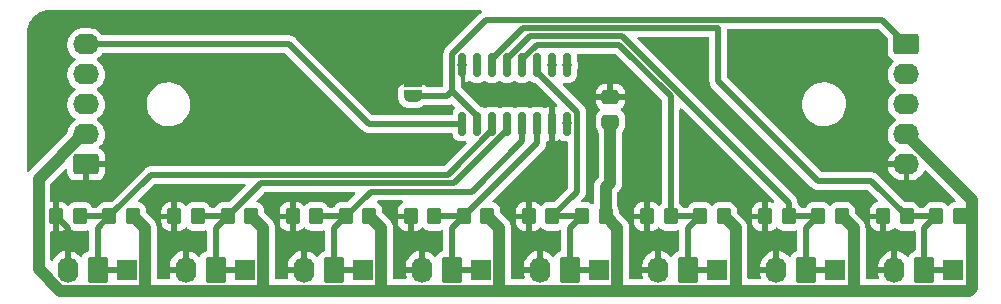
<source format=gtl>
G04 #@! TF.GenerationSoftware,KiCad,Pcbnew,7.0.1*
G04 #@! TF.CreationDate,2023-08-26T14:23:56-05:00*
G04 #@! TF.ProjectId,Shift In Breakout Board V2,53686966-7420-4496-9e20-427265616b6f,rev?*
G04 #@! TF.SameCoordinates,Original*
G04 #@! TF.FileFunction,Copper,L1,Top*
G04 #@! TF.FilePolarity,Positive*
%FSLAX46Y46*%
G04 Gerber Fmt 4.6, Leading zero omitted, Abs format (unit mm)*
G04 Created by KiCad (PCBNEW 7.0.1) date 2023-08-26 14:23:56*
%MOMM*%
%LPD*%
G01*
G04 APERTURE LIST*
G04 Aperture macros list*
%AMRoundRect*
0 Rectangle with rounded corners*
0 $1 Rounding radius*
0 $2 $3 $4 $5 $6 $7 $8 $9 X,Y pos of 4 corners*
0 Add a 4 corners polygon primitive as box body*
4,1,4,$2,$3,$4,$5,$6,$7,$8,$9,$2,$3,0*
0 Add four circle primitives for the rounded corners*
1,1,$1+$1,$2,$3*
1,1,$1+$1,$4,$5*
1,1,$1+$1,$6,$7*
1,1,$1+$1,$8,$9*
0 Add four rect primitives between the rounded corners*
20,1,$1+$1,$2,$3,$4,$5,0*
20,1,$1+$1,$4,$5,$6,$7,0*
20,1,$1+$1,$6,$7,$8,$9,0*
20,1,$1+$1,$8,$9,$2,$3,0*%
%AMFreePoly0*
4,1,19,0.500000,-0.750000,0.000000,-0.750000,0.000000,-0.744911,-0.071157,-0.744911,-0.207708,-0.704816,-0.327430,-0.627875,-0.420627,-0.520320,-0.479746,-0.390866,-0.500000,-0.250000,-0.500000,0.250000,-0.479746,0.390866,-0.420627,0.520320,-0.327430,0.627875,-0.207708,0.704816,-0.071157,0.744911,0.000000,0.744911,0.000000,0.750000,0.500000,0.750000,0.500000,-0.750000,0.500000,-0.750000,
$1*%
%AMFreePoly1*
4,1,19,0.000000,0.744911,0.071157,0.744911,0.207708,0.704816,0.327430,0.627875,0.420627,0.520320,0.479746,0.390866,0.500000,0.250000,0.500000,-0.250000,0.479746,-0.390866,0.420627,-0.520320,0.327430,-0.627875,0.207708,-0.704816,0.071157,-0.744911,0.000000,-0.744911,0.000000,-0.750000,-0.500000,-0.750000,-0.500000,0.750000,0.000000,0.750000,0.000000,0.744911,0.000000,0.744911,
$1*%
G04 Aperture macros list end*
G04 #@! TA.AperFunction,SMDPad,CuDef*
%ADD10RoundRect,0.150000X-0.150000X0.825000X-0.150000X-0.825000X0.150000X-0.825000X0.150000X0.825000X0*%
G04 #@! TD*
G04 #@! TA.AperFunction,SMDPad,CuDef*
%ADD11RoundRect,0.250000X0.350000X0.450000X-0.350000X0.450000X-0.350000X-0.450000X0.350000X-0.450000X0*%
G04 #@! TD*
G04 #@! TA.AperFunction,ComponentPad*
%ADD12RoundRect,0.250000X0.620000X0.845000X-0.620000X0.845000X-0.620000X-0.845000X0.620000X-0.845000X0*%
G04 #@! TD*
G04 #@! TA.AperFunction,ComponentPad*
%ADD13O,1.740000X2.190000*%
G04 #@! TD*
G04 #@! TA.AperFunction,ComponentPad*
%ADD14RoundRect,0.250000X-0.845000X0.620000X-0.845000X-0.620000X0.845000X-0.620000X0.845000X0.620000X0*%
G04 #@! TD*
G04 #@! TA.AperFunction,ComponentPad*
%ADD15O,2.190000X1.740000*%
G04 #@! TD*
G04 #@! TA.AperFunction,SMDPad,CuDef*
%ADD16RoundRect,0.250000X-0.350000X-0.450000X0.350000X-0.450000X0.350000X0.450000X-0.350000X0.450000X0*%
G04 #@! TD*
G04 #@! TA.AperFunction,ComponentPad*
%ADD17R,1.700000X1.700000*%
G04 #@! TD*
G04 #@! TA.AperFunction,ComponentPad*
%ADD18RoundRect,0.250000X0.845000X-0.620000X0.845000X0.620000X-0.845000X0.620000X-0.845000X-0.620000X0*%
G04 #@! TD*
G04 #@! TA.AperFunction,SMDPad,CuDef*
%ADD19FreePoly0,270.000000*%
G04 #@! TD*
G04 #@! TA.AperFunction,SMDPad,CuDef*
%ADD20FreePoly1,270.000000*%
G04 #@! TD*
G04 #@! TA.AperFunction,SMDPad,CuDef*
%ADD21RoundRect,0.250000X0.475000X-0.337500X0.475000X0.337500X-0.475000X0.337500X-0.475000X-0.337500X0*%
G04 #@! TD*
G04 #@! TA.AperFunction,ViaPad*
%ADD22C,0.800000*%
G04 #@! TD*
G04 #@! TA.AperFunction,Conductor*
%ADD23C,1.000000*%
G04 #@! TD*
G04 #@! TA.AperFunction,Conductor*
%ADD24C,0.500000*%
G04 #@! TD*
G04 APERTURE END LIST*
D10*
X155445000Y-85025000D03*
X154175000Y-85025000D03*
X152905000Y-85025000D03*
X151635000Y-85025000D03*
X150365000Y-85025000D03*
X149095000Y-85025000D03*
X147825000Y-85025000D03*
X146555000Y-85025000D03*
X146555000Y-89975000D03*
X147825000Y-89975000D03*
X149095000Y-89975000D03*
X150365000Y-89975000D03*
X151635000Y-89975000D03*
X152905000Y-89975000D03*
X154175000Y-89975000D03*
X155445000Y-89975000D03*
D11*
X134189949Y-97810051D03*
X132189949Y-97810051D03*
X114189949Y-97810051D03*
X112189949Y-97810051D03*
D12*
X155689949Y-102310051D03*
D13*
X153149949Y-102310051D03*
D14*
X184169949Y-83230051D03*
D15*
X184169949Y-85770051D03*
X184169949Y-88310051D03*
X184169949Y-90850051D03*
X184169949Y-93390051D03*
D12*
X135689949Y-102310051D03*
D13*
X133149949Y-102310051D03*
D16*
X166689949Y-97810051D03*
X168689949Y-97810051D03*
D12*
X125689949Y-102310051D03*
D13*
X123149949Y-102310051D03*
D17*
X138149949Y-102310051D03*
X128149949Y-102310051D03*
D12*
X165689949Y-102310051D03*
D13*
X163149949Y-102310051D03*
D18*
X114709949Y-93390051D03*
D15*
X114709949Y-90850051D03*
X114709949Y-88310051D03*
X114709949Y-85770051D03*
X114709949Y-83230051D03*
D17*
X118149949Y-102310051D03*
D19*
X142367000Y-86330000D03*
D20*
X142367000Y-87630000D03*
D12*
X175689949Y-102310051D03*
D13*
X173149949Y-102310051D03*
D11*
X164189949Y-97810051D03*
X162189949Y-97810051D03*
D17*
X178149949Y-102310051D03*
D21*
X159100000Y-89775000D03*
X159100000Y-87700000D03*
D17*
X148149949Y-102310051D03*
D16*
X116689949Y-97810051D03*
X118689949Y-97810051D03*
D11*
X154189949Y-97810051D03*
X152189949Y-97810051D03*
D17*
X188149949Y-102310051D03*
X168149949Y-102310051D03*
D16*
X126689949Y-97810051D03*
X128689949Y-97810051D03*
D12*
X115689949Y-102310051D03*
D13*
X113149949Y-102310051D03*
D16*
X146689949Y-97810051D03*
X148689949Y-97810051D03*
D11*
X184189949Y-97810051D03*
X182189949Y-97810051D03*
X124189949Y-97810051D03*
X122189949Y-97810051D03*
D16*
X136689949Y-97810051D03*
X138689949Y-97810051D03*
D11*
X174189949Y-97810051D03*
X172189949Y-97810051D03*
D12*
X185689949Y-102310051D03*
D13*
X183149949Y-102310051D03*
D16*
X156689949Y-97810051D03*
X158689949Y-97810051D03*
D11*
X144189949Y-97810051D03*
X142189949Y-97810051D03*
D16*
X176689949Y-97810051D03*
X178689949Y-97810051D03*
D12*
X145689949Y-102310051D03*
D13*
X143149949Y-102310051D03*
D16*
X186689949Y-97810051D03*
X188689949Y-97810051D03*
D17*
X158149949Y-102310051D03*
D22*
X159100000Y-89775000D03*
X155448000Y-89916000D03*
X146558000Y-84963000D03*
X154175000Y-85025000D03*
X155445000Y-85025000D03*
D23*
X158689949Y-95347551D02*
X158689949Y-97810051D01*
X159100000Y-89775000D02*
X159100000Y-94937500D01*
X159100000Y-94937500D02*
X158689949Y-95347551D01*
D24*
X113149949Y-98770051D02*
X112189949Y-97810051D01*
X113149949Y-102310051D02*
X113149949Y-98770051D01*
X152905000Y-85578528D02*
X152905000Y-85025000D01*
X156298000Y-88971528D02*
X152905000Y-85578528D01*
X156298000Y-95702000D02*
X156298000Y-88971528D01*
X154189949Y-97810051D02*
X156298000Y-95702000D01*
X138629898Y-89975000D02*
X146555000Y-89975000D01*
X131884949Y-83230051D02*
X138629898Y-89975000D01*
X145286000Y-87630000D02*
X145708000Y-87208000D01*
X142367000Y-87630000D02*
X145286000Y-87630000D01*
X148596421Y-81160051D02*
X182099949Y-81160051D01*
X145708000Y-84048472D02*
X148596421Y-81160051D01*
X182099949Y-81160051D02*
X184169949Y-83230051D01*
X145708000Y-87208000D02*
X145708000Y-84048472D01*
X147825000Y-89325000D02*
X145708000Y-87208000D01*
X147825000Y-89975000D02*
X147825000Y-89325000D01*
X149095000Y-84471472D02*
X149095000Y-85025000D01*
X168239949Y-81860051D02*
X151706421Y-81860051D01*
X151706421Y-81860051D02*
X149095000Y-84471472D01*
X152276421Y-82560051D02*
X150365000Y-84471472D01*
X150365000Y-84471472D02*
X150365000Y-85025000D01*
X160104898Y-82560051D02*
X152276421Y-82560051D01*
X159814949Y-83260051D02*
X152846421Y-83260051D01*
X152846421Y-83260051D02*
X151635000Y-84471472D01*
X151635000Y-84471472D02*
X151635000Y-85025000D01*
X152905000Y-85611472D02*
X152905000Y-85025000D01*
X152905000Y-91595000D02*
X152905000Y-89975000D01*
X146689949Y-97810051D02*
X152905000Y-91595000D01*
X151635000Y-91440000D02*
X151635000Y-89975000D01*
X147375000Y-95700000D02*
X151635000Y-91440000D01*
X150365000Y-90528528D02*
X150365000Y-89975000D01*
X145893528Y-95000000D02*
X150365000Y-90528528D01*
X129500000Y-95000000D02*
X145893528Y-95000000D01*
X126689949Y-97810051D02*
X129500000Y-95000000D01*
X145323528Y-94300000D02*
X149095000Y-90528528D01*
X120200000Y-94300000D02*
X145323528Y-94300000D01*
X149095000Y-90528528D02*
X149095000Y-89975000D01*
X116689949Y-97810051D02*
X120200000Y-94300000D01*
D23*
X148689949Y-97810051D02*
X149699949Y-98820051D01*
X189699949Y-103860051D02*
X189454949Y-104105051D01*
X139699949Y-98820051D02*
X139699949Y-104095051D01*
X119699949Y-98820051D02*
X119699949Y-104095051D01*
X179689949Y-104105051D02*
X169689949Y-104105051D01*
X179699949Y-98820051D02*
X179699949Y-104095051D01*
X169699949Y-104095051D02*
X169689949Y-104105051D01*
X189699949Y-96380051D02*
X189699949Y-97810051D01*
X129699949Y-104095051D02*
X129689949Y-104105051D01*
X129689949Y-104105051D02*
X119689949Y-104105051D01*
X112499634Y-104105051D02*
X110689949Y-102295366D01*
X169699949Y-98820051D02*
X169699949Y-104095051D01*
X188689949Y-97810051D02*
X189699949Y-97810051D01*
X189699949Y-97810051D02*
X189699949Y-103860051D01*
X184169949Y-90850051D02*
X189699949Y-96380051D01*
X110689949Y-94601548D02*
X114441446Y-90850051D01*
X159699949Y-98820051D02*
X159699949Y-104095051D01*
X114441446Y-90850051D02*
X114709949Y-90850051D01*
X129699949Y-98820051D02*
X129699949Y-104095051D01*
X158689949Y-97810051D02*
X159699949Y-98820051D01*
X159699949Y-104095051D02*
X159689949Y-104105051D01*
X139689949Y-104105051D02*
X129689949Y-104105051D01*
X189454949Y-104105051D02*
X179689949Y-104105051D01*
X159689949Y-104105051D02*
X149689949Y-104105051D01*
X138689949Y-97810051D02*
X139699949Y-98820051D01*
X149689949Y-104105051D02*
X139689949Y-104105051D01*
X139699949Y-104095051D02*
X139689949Y-104105051D01*
X178689949Y-97810051D02*
X179699949Y-98820051D01*
X118689949Y-97810051D02*
X119699949Y-98820051D01*
X179699949Y-104095051D02*
X179689949Y-104105051D01*
X149699949Y-104095051D02*
X149689949Y-104105051D01*
X169689949Y-104105051D02*
X159689949Y-104105051D01*
X119699949Y-104095051D02*
X119689949Y-104105051D01*
X119689949Y-104105051D02*
X112499634Y-104105051D01*
X149699949Y-98820051D02*
X149699949Y-104095051D01*
X128689949Y-97810051D02*
X129699949Y-98820051D01*
X168689949Y-97810051D02*
X169699949Y-98820051D01*
X110689949Y-102295366D02*
X110689949Y-94601548D01*
D24*
X114189949Y-97810051D02*
X116689949Y-97810051D01*
X115689949Y-98810051D02*
X116689949Y-97810051D01*
X115689949Y-102310051D02*
X118149949Y-102310051D01*
X115689949Y-102310051D02*
X115689949Y-98810051D01*
X125689949Y-102310051D02*
X125689949Y-98810051D01*
X128149949Y-102310051D02*
X125689949Y-102310051D01*
X125689949Y-98810051D02*
X126689949Y-97810051D01*
X124189949Y-97810051D02*
X126689949Y-97810051D01*
X135689949Y-102310051D02*
X135689949Y-98810051D01*
X136689949Y-97810051D02*
X134189949Y-97810051D01*
X135689949Y-98810051D02*
X136689949Y-97810051D01*
X136689949Y-97810051D02*
X138800000Y-95700000D01*
X138149949Y-102310051D02*
X135689949Y-102310051D01*
X138800000Y-95700000D02*
X147375000Y-95700000D01*
X146689949Y-97810051D02*
X144189949Y-97810051D01*
X148149949Y-102310051D02*
X145689949Y-102310051D01*
X145689949Y-98810051D02*
X146689949Y-97810051D01*
X145689949Y-102310051D02*
X145689949Y-98810051D01*
X156689949Y-97810051D02*
X154189949Y-97810051D01*
X155689949Y-102310051D02*
X155689949Y-98810051D01*
X155689949Y-98810051D02*
X156689949Y-97810051D01*
X158149949Y-102310051D02*
X155689949Y-102310051D01*
X166689949Y-97810051D02*
X164189949Y-97810051D01*
X165689949Y-102310051D02*
X165689949Y-98810051D01*
X165689949Y-98810051D02*
X166689949Y-97810051D01*
X168149949Y-102310051D02*
X165689949Y-102310051D01*
X164189949Y-97810051D02*
X164189949Y-87635051D01*
X164189949Y-87635051D02*
X159814949Y-83260051D01*
X174189949Y-97810051D02*
X174189949Y-96645101D01*
X174189949Y-96645101D02*
X160104898Y-82560051D01*
X176689949Y-97810051D02*
X174189949Y-97810051D01*
X175689949Y-102310051D02*
X175689949Y-98810051D01*
X175689949Y-98810051D02*
X176689949Y-97810051D01*
X178149949Y-102310051D02*
X175689949Y-102310051D01*
X176689949Y-94810051D02*
X181189949Y-94810051D01*
X168239949Y-86360051D02*
X176689949Y-94810051D01*
X168239949Y-81860051D02*
X168239949Y-86360051D01*
X181189949Y-94810051D02*
X184189949Y-97810051D01*
X185689949Y-102310051D02*
X185689949Y-98810051D01*
X188149949Y-102310051D02*
X185689949Y-102310051D01*
X186689949Y-97810051D02*
X184189949Y-97810051D01*
X185689949Y-98810051D02*
X186689949Y-97810051D01*
X114709949Y-83230051D02*
X131884949Y-83230051D01*
G04 #@! TA.AperFunction,Conductor*
G36*
X167427449Y-82627164D02*
G01*
X167472836Y-82672551D01*
X167489449Y-82734551D01*
X167489449Y-86296345D01*
X167488140Y-86314315D01*
X167484660Y-86338074D01*
X167488977Y-86387420D01*
X167489449Y-86398227D01*
X167489449Y-86403759D01*
X167493047Y-86434547D01*
X167493413Y-86438132D01*
X167499695Y-86509939D01*
X167500059Y-86514092D01*
X167504278Y-86533122D01*
X167504707Y-86534302D01*
X167504708Y-86534306D01*
X167530362Y-86604793D01*
X167531531Y-86608158D01*
X167555529Y-86680575D01*
X167564024Y-86698123D01*
X167605928Y-86761835D01*
X167607838Y-86764833D01*
X167647237Y-86828707D01*
X167647901Y-86829783D01*
X167660202Y-86844881D01*
X167661117Y-86845744D01*
X167661119Y-86845747D01*
X167712427Y-86894154D01*
X167715658Y-86897202D01*
X167718245Y-86899715D01*
X176114216Y-95295685D01*
X176125997Y-95309317D01*
X176140339Y-95328581D01*
X176178288Y-95360424D01*
X176186262Y-95367731D01*
X176190173Y-95371642D01*
X176191925Y-95373027D01*
X176214492Y-95390871D01*
X176217279Y-95393141D01*
X176274735Y-95441353D01*
X176274737Y-95441354D01*
X176275699Y-95442161D01*
X176292129Y-95452629D01*
X176293271Y-95453161D01*
X176293272Y-95453162D01*
X176361299Y-95484883D01*
X176364476Y-95486422D01*
X176431516Y-95520091D01*
X176432651Y-95520661D01*
X176451034Y-95527050D01*
X176452271Y-95527305D01*
X176452277Y-95527308D01*
X176525801Y-95542488D01*
X176529235Y-95543250D01*
X176570369Y-95553000D01*
X176603455Y-95560842D01*
X176622828Y-95562821D01*
X176624090Y-95562784D01*
X176624094Y-95562785D01*
X176696483Y-95560678D01*
X176699081Y-95560603D01*
X176702687Y-95560551D01*
X180827719Y-95560551D01*
X180875172Y-95569990D01*
X180915400Y-95596870D01*
X181734246Y-96415716D01*
X181765860Y-96469564D01*
X181767223Y-96531992D01*
X181737988Y-96587169D01*
X181685570Y-96621102D01*
X181520825Y-96675694D01*
X181371603Y-96767734D01*
X181247632Y-96891705D01*
X181155591Y-97040928D01*
X181100442Y-97207354D01*
X181089949Y-97310072D01*
X181089949Y-97560051D01*
X182315949Y-97560051D01*
X182377949Y-97576664D01*
X182423336Y-97622051D01*
X182439949Y-97684051D01*
X182439949Y-99010050D01*
X182589928Y-99010050D01*
X182692644Y-98999557D01*
X182859071Y-98944408D01*
X183008293Y-98852367D01*
X183101913Y-98758747D01*
X183157501Y-98726652D01*
X183221689Y-98726652D01*
X183277274Y-98758744D01*
X183349718Y-98831188D01*
X183371294Y-98852764D01*
X183440450Y-98895419D01*
X183520615Y-98944865D01*
X183631965Y-98981763D01*
X183687151Y-99000050D01*
X183697652Y-99001122D01*
X183789940Y-99010551D01*
X184589957Y-99010550D01*
X184692746Y-99000050D01*
X184776444Y-98972315D01*
X184834312Y-98967464D01*
X184888042Y-98989491D01*
X184925852Y-99033565D01*
X184939449Y-99090021D01*
X184939449Y-100628122D01*
X184928826Y-100678337D01*
X184898779Y-100719949D01*
X184854453Y-100745828D01*
X184750615Y-100780237D01*
X184750613Y-100780237D01*
X184750613Y-100780238D01*
X184601291Y-100872339D01*
X184477237Y-100996393D01*
X184377527Y-101158052D01*
X184374708Y-101156313D01*
X184354349Y-101187562D01*
X184298380Y-101216634D01*
X184235349Y-101214414D01*
X184181563Y-101181475D01*
X184058345Y-101052911D01*
X183870847Y-100914238D01*
X183662609Y-100809247D01*
X183439622Y-100740958D01*
X183399949Y-100735878D01*
X183399949Y-102436051D01*
X183383336Y-102498051D01*
X183337949Y-102543438D01*
X183275949Y-102560051D01*
X181779949Y-102560051D01*
X181779949Y-102593249D01*
X181794772Y-102767417D01*
X181842133Y-102949306D01*
X181843621Y-103005387D01*
X181820242Y-103056385D01*
X181776781Y-103091860D01*
X181722134Y-103104551D01*
X180824449Y-103104551D01*
X180762449Y-103087938D01*
X180717062Y-103042551D01*
X180700449Y-102980551D01*
X180700449Y-102060051D01*
X181779949Y-102060051D01*
X182899949Y-102060051D01*
X182899949Y-100737475D01*
X182747327Y-100770368D01*
X182530943Y-100857318D01*
X182332354Y-100979594D01*
X182157291Y-101133669D01*
X182010788Y-101315108D01*
X181897052Y-101518706D01*
X181819360Y-101738595D01*
X181779949Y-101968445D01*
X181779949Y-102060051D01*
X180700449Y-102060051D01*
X180700449Y-98834330D01*
X180700489Y-98831188D01*
X180702706Y-98743691D01*
X180702705Y-98743690D01*
X180702706Y-98743688D01*
X180692293Y-98685596D01*
X180690991Y-98676311D01*
X180685023Y-98617613D01*
X180675911Y-98588575D01*
X180672173Y-98573342D01*
X180666807Y-98543399D01*
X180644924Y-98488614D01*
X180641764Y-98479737D01*
X180624108Y-98423463D01*
X180609347Y-98396868D01*
X180602612Y-98382687D01*
X180591327Y-98354435D01*
X180591327Y-98354434D01*
X180558850Y-98305157D01*
X180553989Y-98297133D01*
X180525358Y-98245549D01*
X180525357Y-98245547D01*
X180505542Y-98222466D01*
X180496093Y-98209934D01*
X180479351Y-98184532D01*
X180437648Y-98142830D01*
X180431241Y-98135917D01*
X180392814Y-98091154D01*
X180368751Y-98072528D01*
X180356971Y-98062153D01*
X180354869Y-98060051D01*
X181089950Y-98060051D01*
X181089950Y-98310030D01*
X181100442Y-98412746D01*
X181155591Y-98579173D01*
X181247632Y-98728396D01*
X181371603Y-98852367D01*
X181520826Y-98944408D01*
X181687252Y-98999557D01*
X181789970Y-99010051D01*
X181939949Y-99010051D01*
X181939949Y-98060051D01*
X181089950Y-98060051D01*
X180354869Y-98060051D01*
X179826767Y-97531949D01*
X179799887Y-97491721D01*
X179790448Y-97444268D01*
X179790448Y-97310042D01*
X179779948Y-97207254D01*
X179724763Y-97040717D01*
X179667542Y-96947946D01*
X179632660Y-96891393D01*
X179508606Y-96767339D01*
X179359283Y-96675237D01*
X179192746Y-96620051D01*
X179089958Y-96609551D01*
X178289940Y-96609551D01*
X178187152Y-96620051D01*
X178020614Y-96675237D01*
X177871291Y-96767339D01*
X177777630Y-96861001D01*
X177722043Y-96893095D01*
X177657855Y-96893095D01*
X177602268Y-96861001D01*
X177508606Y-96767339D01*
X177359283Y-96675237D01*
X177192746Y-96620051D01*
X177089958Y-96609551D01*
X176289940Y-96609551D01*
X176187152Y-96620051D01*
X176020614Y-96675237D01*
X175871291Y-96767339D01*
X175747237Y-96891393D01*
X175679850Y-97000647D01*
X175634743Y-97043828D01*
X175574311Y-97059551D01*
X175305587Y-97059551D01*
X175245155Y-97043828D01*
X175200048Y-97000647D01*
X175132660Y-96891393D01*
X175008606Y-96767339D01*
X175003899Y-96764436D01*
X174963456Y-96723994D01*
X174945467Y-96669703D01*
X174945237Y-96667080D01*
X174945238Y-96667078D01*
X174940921Y-96617734D01*
X174940449Y-96606928D01*
X174940449Y-96601392D01*
X174937157Y-96573232D01*
X174936846Y-96570572D01*
X174936483Y-96567016D01*
X174929837Y-96491043D01*
X174925623Y-96472036D01*
X174924723Y-96469564D01*
X174899520Y-96400318D01*
X174898373Y-96397018D01*
X174874763Y-96325766D01*
X174874761Y-96325763D01*
X174874364Y-96324564D01*
X174865878Y-96307037D01*
X174865186Y-96305985D01*
X174865186Y-96305984D01*
X174823943Y-96243277D01*
X174822048Y-96240302D01*
X174795960Y-96198008D01*
X174781996Y-96175368D01*
X174769697Y-96160271D01*
X174714221Y-96107932D01*
X174711634Y-96105419D01*
X161428447Y-82822232D01*
X161398197Y-82772869D01*
X161393655Y-82715153D01*
X161415810Y-82661666D01*
X161459833Y-82624066D01*
X161516128Y-82610551D01*
X167365449Y-82610551D01*
X167427449Y-82627164D01*
G37*
G04 #@! TD.AperFunction*
G04 #@! TA.AperFunction,Conductor*
G36*
X165102767Y-88638400D02*
G01*
X165152130Y-88668650D01*
X169100835Y-92617355D01*
X172937943Y-96454462D01*
X172970402Y-96511445D01*
X172969258Y-96577015D01*
X172934830Y-96632831D01*
X172876748Y-96663281D01*
X172811258Y-96659849D01*
X172692645Y-96620544D01*
X172589928Y-96610051D01*
X172439949Y-96610051D01*
X172439949Y-99010050D01*
X172589928Y-99010050D01*
X172692644Y-98999557D01*
X172859071Y-98944408D01*
X173008293Y-98852367D01*
X173101913Y-98758747D01*
X173157501Y-98726652D01*
X173221689Y-98726652D01*
X173277274Y-98758744D01*
X173349718Y-98831188D01*
X173371294Y-98852764D01*
X173440450Y-98895419D01*
X173520615Y-98944865D01*
X173631965Y-98981763D01*
X173687151Y-99000050D01*
X173697652Y-99001122D01*
X173789940Y-99010551D01*
X174589957Y-99010550D01*
X174692746Y-99000050D01*
X174776444Y-98972315D01*
X174834312Y-98967464D01*
X174888042Y-98989491D01*
X174925852Y-99033565D01*
X174939449Y-99090021D01*
X174939449Y-100628122D01*
X174928826Y-100678337D01*
X174898779Y-100719949D01*
X174854453Y-100745828D01*
X174750615Y-100780237D01*
X174750613Y-100780237D01*
X174750613Y-100780238D01*
X174601291Y-100872339D01*
X174477237Y-100996393D01*
X174377527Y-101158052D01*
X174374708Y-101156313D01*
X174354349Y-101187562D01*
X174298380Y-101216634D01*
X174235349Y-101214414D01*
X174181563Y-101181475D01*
X174058345Y-101052911D01*
X173870847Y-100914238D01*
X173662609Y-100809247D01*
X173439622Y-100740958D01*
X173399949Y-100735878D01*
X173399949Y-102436051D01*
X173383336Y-102498051D01*
X173337949Y-102543438D01*
X173275949Y-102560051D01*
X171779949Y-102560051D01*
X171779949Y-102593249D01*
X171794772Y-102767417D01*
X171842133Y-102949306D01*
X171843621Y-103005387D01*
X171820242Y-103056385D01*
X171776781Y-103091860D01*
X171722134Y-103104551D01*
X170824449Y-103104551D01*
X170762449Y-103087938D01*
X170717062Y-103042551D01*
X170700449Y-102980551D01*
X170700449Y-102060051D01*
X171779949Y-102060051D01*
X172899949Y-102060051D01*
X172899949Y-100737476D01*
X172747327Y-100770368D01*
X172530943Y-100857318D01*
X172332354Y-100979594D01*
X172157291Y-101133669D01*
X172010788Y-101315108D01*
X171897052Y-101518706D01*
X171819360Y-101738595D01*
X171779949Y-101968445D01*
X171779949Y-102060051D01*
X170700449Y-102060051D01*
X170700449Y-98834330D01*
X170700489Y-98831188D01*
X170702706Y-98743691D01*
X170702705Y-98743690D01*
X170702706Y-98743688D01*
X170692293Y-98685596D01*
X170690991Y-98676311D01*
X170685023Y-98617613D01*
X170675911Y-98588575D01*
X170672173Y-98573342D01*
X170666807Y-98543399D01*
X170644924Y-98488614D01*
X170641764Y-98479737D01*
X170624108Y-98423463D01*
X170609347Y-98396868D01*
X170602612Y-98382687D01*
X170591327Y-98354435D01*
X170591327Y-98354434D01*
X170558850Y-98305157D01*
X170553989Y-98297133D01*
X170525358Y-98245549D01*
X170525357Y-98245547D01*
X170505542Y-98222466D01*
X170496093Y-98209934D01*
X170479351Y-98184532D01*
X170437648Y-98142830D01*
X170431241Y-98135917D01*
X170392814Y-98091154D01*
X170368751Y-98072528D01*
X170356971Y-98062153D01*
X170354869Y-98060051D01*
X171089950Y-98060051D01*
X171089950Y-98310030D01*
X171100442Y-98412746D01*
X171155591Y-98579173D01*
X171247632Y-98728396D01*
X171371603Y-98852367D01*
X171520826Y-98944408D01*
X171687252Y-98999557D01*
X171789970Y-99010051D01*
X171939949Y-99010051D01*
X171939949Y-98060051D01*
X171089950Y-98060051D01*
X170354869Y-98060051D01*
X169854869Y-97560051D01*
X171089949Y-97560051D01*
X171939949Y-97560051D01*
X171939949Y-96610052D01*
X171789970Y-96610052D01*
X171687253Y-96620544D01*
X171520826Y-96675693D01*
X171371603Y-96767734D01*
X171247632Y-96891705D01*
X171155591Y-97040928D01*
X171100442Y-97207354D01*
X171089949Y-97310072D01*
X171089949Y-97560051D01*
X169854869Y-97560051D01*
X169826767Y-97531949D01*
X169799887Y-97491721D01*
X169790448Y-97444268D01*
X169790448Y-97310042D01*
X169779948Y-97207254D01*
X169724763Y-97040717D01*
X169667542Y-96947946D01*
X169632660Y-96891393D01*
X169508606Y-96767339D01*
X169359283Y-96675237D01*
X169192746Y-96620051D01*
X169089958Y-96609551D01*
X168289940Y-96609551D01*
X168187152Y-96620051D01*
X168020614Y-96675237D01*
X167871291Y-96767339D01*
X167777630Y-96861001D01*
X167722043Y-96893095D01*
X167657855Y-96893095D01*
X167602268Y-96861001D01*
X167508606Y-96767339D01*
X167359283Y-96675237D01*
X167192746Y-96620051D01*
X167089958Y-96609551D01*
X166289940Y-96609551D01*
X166187152Y-96620051D01*
X166020614Y-96675237D01*
X165871291Y-96767339D01*
X165747237Y-96891393D01*
X165679850Y-97000647D01*
X165634743Y-97043828D01*
X165574311Y-97059551D01*
X165305587Y-97059551D01*
X165245155Y-97043828D01*
X165200048Y-97000647D01*
X165132660Y-96891393D01*
X165008606Y-96767339D01*
X164999353Y-96761632D01*
X164956172Y-96716525D01*
X164940449Y-96656093D01*
X164940449Y-88756331D01*
X164953964Y-88700036D01*
X164991564Y-88656013D01*
X165045051Y-88633858D01*
X165102767Y-88638400D01*
G37*
G04 #@! TD.AperFunction*
G04 #@! TA.AperFunction,Conductor*
G36*
X159500172Y-84019990D02*
G01*
X159540400Y-84046870D01*
X163403130Y-87909599D01*
X163430010Y-87949827D01*
X163439449Y-87997280D01*
X163439449Y-96656093D01*
X163423726Y-96716525D01*
X163380545Y-96761632D01*
X163371293Y-96767338D01*
X163277276Y-96861355D01*
X163221688Y-96893448D01*
X163157501Y-96893448D01*
X163101914Y-96861354D01*
X163008294Y-96767734D01*
X162859071Y-96675693D01*
X162692645Y-96620544D01*
X162589928Y-96610051D01*
X162439949Y-96610051D01*
X162439949Y-99010050D01*
X162589928Y-99010050D01*
X162692644Y-98999557D01*
X162859071Y-98944408D01*
X163008293Y-98852367D01*
X163101913Y-98758747D01*
X163157501Y-98726652D01*
X163221689Y-98726652D01*
X163277274Y-98758744D01*
X163349718Y-98831188D01*
X163371294Y-98852764D01*
X163440450Y-98895419D01*
X163520615Y-98944865D01*
X163631965Y-98981763D01*
X163687151Y-99000050D01*
X163697652Y-99001122D01*
X163789940Y-99010551D01*
X164589957Y-99010550D01*
X164692746Y-99000050D01*
X164776444Y-98972315D01*
X164834312Y-98967464D01*
X164888042Y-98989491D01*
X164925852Y-99033565D01*
X164939449Y-99090021D01*
X164939449Y-100628122D01*
X164928826Y-100678337D01*
X164898779Y-100719949D01*
X164854453Y-100745828D01*
X164750615Y-100780237D01*
X164750613Y-100780237D01*
X164750613Y-100780238D01*
X164601291Y-100872339D01*
X164477237Y-100996393D01*
X164377527Y-101158052D01*
X164374708Y-101156313D01*
X164354349Y-101187562D01*
X164298380Y-101216634D01*
X164235349Y-101214414D01*
X164181563Y-101181475D01*
X164058345Y-101052911D01*
X163870847Y-100914238D01*
X163662609Y-100809247D01*
X163439622Y-100740958D01*
X163399949Y-100735878D01*
X163399949Y-102436051D01*
X163383336Y-102498051D01*
X163337949Y-102543438D01*
X163275949Y-102560051D01*
X161779949Y-102560051D01*
X161779949Y-102593249D01*
X161794772Y-102767417D01*
X161842133Y-102949306D01*
X161843621Y-103005387D01*
X161820242Y-103056385D01*
X161776781Y-103091860D01*
X161722134Y-103104551D01*
X160824449Y-103104551D01*
X160762449Y-103087938D01*
X160717062Y-103042551D01*
X160700449Y-102980551D01*
X160700449Y-102060051D01*
X161779949Y-102060051D01*
X162899949Y-102060051D01*
X162899949Y-100737475D01*
X162747327Y-100770368D01*
X162530943Y-100857318D01*
X162332354Y-100979594D01*
X162157291Y-101133669D01*
X162010788Y-101315108D01*
X161897052Y-101518706D01*
X161819360Y-101738595D01*
X161779949Y-101968445D01*
X161779949Y-102060051D01*
X160700449Y-102060051D01*
X160700449Y-98834330D01*
X160700489Y-98831188D01*
X160702706Y-98743691D01*
X160702705Y-98743690D01*
X160702706Y-98743688D01*
X160692293Y-98685596D01*
X160690991Y-98676311D01*
X160685023Y-98617613D01*
X160675911Y-98588575D01*
X160672173Y-98573342D01*
X160666807Y-98543399D01*
X160644924Y-98488614D01*
X160641764Y-98479737D01*
X160624108Y-98423463D01*
X160609347Y-98396868D01*
X160602612Y-98382687D01*
X160591327Y-98354435D01*
X160591327Y-98354434D01*
X160558850Y-98305157D01*
X160553989Y-98297133D01*
X160525358Y-98245549D01*
X160525357Y-98245547D01*
X160505542Y-98222466D01*
X160496093Y-98209934D01*
X160479351Y-98184532D01*
X160437648Y-98142830D01*
X160431241Y-98135917D01*
X160392814Y-98091154D01*
X160368751Y-98072528D01*
X160356971Y-98062153D01*
X160354869Y-98060051D01*
X161089950Y-98060051D01*
X161089950Y-98310030D01*
X161100442Y-98412746D01*
X161155591Y-98579173D01*
X161247632Y-98728396D01*
X161371603Y-98852367D01*
X161520826Y-98944408D01*
X161687252Y-98999557D01*
X161789970Y-99010051D01*
X161939949Y-99010051D01*
X161939949Y-98060051D01*
X161089950Y-98060051D01*
X160354869Y-98060051D01*
X159854869Y-97560051D01*
X161089949Y-97560051D01*
X161939949Y-97560051D01*
X161939949Y-96610052D01*
X161789970Y-96610052D01*
X161687253Y-96620544D01*
X161520826Y-96675693D01*
X161371603Y-96767734D01*
X161247632Y-96891705D01*
X161155591Y-97040928D01*
X161100442Y-97207354D01*
X161089949Y-97310072D01*
X161089949Y-97560051D01*
X159854869Y-97560051D01*
X159826767Y-97531949D01*
X159799887Y-97491721D01*
X159790448Y-97444268D01*
X159790448Y-97310042D01*
X159779948Y-97207254D01*
X159779947Y-97207253D01*
X159724763Y-97040717D01*
X159708910Y-97015015D01*
X159690449Y-96949919D01*
X159690449Y-95813335D01*
X159699888Y-95765883D01*
X159726767Y-95725655D01*
X159797389Y-95655031D01*
X159799599Y-95652875D01*
X159863053Y-95592559D01*
X159896765Y-95544122D01*
X159902408Y-95536638D01*
X159939698Y-95490907D01*
X159953786Y-95463935D01*
X159961911Y-95450524D01*
X159979295Y-95425549D01*
X160002568Y-95371315D01*
X160006598Y-95362831D01*
X160007856Y-95360424D01*
X160033909Y-95310549D01*
X160042278Y-95281297D01*
X160047534Y-95266532D01*
X160059540Y-95238558D01*
X160071418Y-95180756D01*
X160073651Y-95171656D01*
X160089887Y-95114918D01*
X160092197Y-95084577D01*
X160094376Y-95069035D01*
X160100500Y-95039241D01*
X160100500Y-94980257D01*
X160100858Y-94970843D01*
X160102483Y-94949500D01*
X160105337Y-94912023D01*
X160101493Y-94881847D01*
X160100500Y-94866182D01*
X160100500Y-90699730D01*
X160109939Y-90652277D01*
X160136820Y-90612048D01*
X160142566Y-90606302D01*
X160167712Y-90581156D01*
X160259814Y-90431834D01*
X160314999Y-90265297D01*
X160325500Y-90162509D01*
X160325499Y-89387492D01*
X160314999Y-89284703D01*
X160259814Y-89118166D01*
X160167712Y-88968844D01*
X160167711Y-88968842D01*
X160043659Y-88844790D01*
X160040345Y-88842746D01*
X159997163Y-88797638D01*
X159981440Y-88737204D01*
X159997164Y-88676771D01*
X160040348Y-88631664D01*
X160043348Y-88629813D01*
X160167316Y-88505845D01*
X160259357Y-88356622D01*
X160314506Y-88190196D01*
X160325000Y-88087479D01*
X160325000Y-87950000D01*
X157875001Y-87950000D01*
X157875001Y-88087479D01*
X157885493Y-88190195D01*
X157940642Y-88356622D01*
X158032683Y-88505845D01*
X158156654Y-88629816D01*
X158159656Y-88631668D01*
X158202835Y-88676774D01*
X158218558Y-88737204D01*
X158202837Y-88797635D01*
X158159659Y-88842742D01*
X158156344Y-88844786D01*
X158032288Y-88968842D01*
X157940186Y-89118165D01*
X157885001Y-89284701D01*
X157874500Y-89387490D01*
X157874500Y-90162508D01*
X157885000Y-90265296D01*
X157940186Y-90431834D01*
X158032288Y-90581156D01*
X158063180Y-90612048D01*
X158090061Y-90652277D01*
X158099500Y-90699730D01*
X158099500Y-94471717D01*
X158090061Y-94519171D01*
X158063180Y-94559399D01*
X157992574Y-94630003D01*
X157990328Y-94632193D01*
X157926897Y-94692490D01*
X157893193Y-94740913D01*
X157887522Y-94748433D01*
X157850250Y-94794144D01*
X157836159Y-94821117D01*
X157828031Y-94834534D01*
X157810654Y-94859501D01*
X157787388Y-94913716D01*
X157783348Y-94922222D01*
X157756039Y-94974503D01*
X157747669Y-95003752D01*
X157742408Y-95018529D01*
X157730409Y-95046493D01*
X157718536Y-95104264D01*
X157716291Y-95113411D01*
X157700062Y-95170131D01*
X157697751Y-95200476D01*
X157695571Y-95216017D01*
X157689449Y-95245810D01*
X157689449Y-95304793D01*
X157689090Y-95314207D01*
X157684718Y-95371642D01*
X157684612Y-95373028D01*
X157688455Y-95403202D01*
X157689449Y-95418868D01*
X157689449Y-96656710D01*
X157672383Y-96719489D01*
X157625881Y-96764987D01*
X157562745Y-96780681D01*
X157500353Y-96762249D01*
X157359283Y-96675237D01*
X157192746Y-96620051D01*
X157089958Y-96609551D01*
X156751177Y-96609551D01*
X156694882Y-96596036D01*
X156650859Y-96558437D01*
X156628704Y-96504949D01*
X156633246Y-96447233D01*
X156663493Y-96397872D01*
X156783644Y-96277721D01*
X156797256Y-96265957D01*
X156816530Y-96251610D01*
X156848382Y-96213649D01*
X156855668Y-96205697D01*
X156859590Y-96201777D01*
X156878863Y-96177399D01*
X156881030Y-96174739D01*
X156929302Y-96117214D01*
X156929303Y-96117210D01*
X156930119Y-96116239D01*
X156940575Y-96099825D01*
X156941109Y-96098679D01*
X156941111Y-96098677D01*
X156972816Y-96030682D01*
X156974369Y-96027475D01*
X157008040Y-95960433D01*
X157008040Y-95960429D01*
X157008610Y-95959296D01*
X157014999Y-95940917D01*
X157020467Y-95914434D01*
X157030431Y-95866171D01*
X157031186Y-95862767D01*
X157048500Y-95789721D01*
X157048500Y-95789719D01*
X157048790Y-95788495D01*
X157050769Y-95769123D01*
X157050732Y-95767859D01*
X157050733Y-95767856D01*
X157048552Y-95692889D01*
X157048500Y-95689284D01*
X157048500Y-89035234D01*
X157049809Y-89017264D01*
X157050338Y-89013646D01*
X157053289Y-88993505D01*
X157048972Y-88944159D01*
X157048500Y-88933352D01*
X157048500Y-88927817D01*
X157044903Y-88897049D01*
X157044536Y-88893457D01*
X157044021Y-88887574D01*
X157037999Y-88818731D01*
X157037998Y-88818729D01*
X157037889Y-88817477D01*
X157033672Y-88798458D01*
X157018339Y-88756331D01*
X157007591Y-88726801D01*
X157006408Y-88723396D01*
X156994348Y-88687001D01*
X156982814Y-88652194D01*
X156982812Y-88652191D01*
X156982415Y-88650992D01*
X156973929Y-88633464D01*
X156973237Y-88632412D01*
X156973237Y-88632411D01*
X156932001Y-88569716D01*
X156930086Y-88566709D01*
X156918704Y-88548256D01*
X156890712Y-88502873D01*
X156890711Y-88502872D01*
X156890048Y-88501797D01*
X156877748Y-88486698D01*
X156822272Y-88434359D01*
X156819685Y-88431846D01*
X155837839Y-87450000D01*
X157875000Y-87450000D01*
X158850000Y-87450000D01*
X158850000Y-86612501D01*
X158575021Y-86612501D01*
X158472304Y-86622993D01*
X158305877Y-86678142D01*
X158156654Y-86770183D01*
X158032683Y-86894154D01*
X157940642Y-87043377D01*
X157885493Y-87209803D01*
X157875000Y-87312521D01*
X157875000Y-87450000D01*
X155837839Y-87450000D01*
X155096882Y-86709043D01*
X155066045Y-86657823D01*
X155063550Y-86612500D01*
X159350000Y-86612500D01*
X159350000Y-87450000D01*
X160324999Y-87450000D01*
X160324999Y-87312521D01*
X160314506Y-87209804D01*
X160259357Y-87043377D01*
X160167316Y-86894154D01*
X160043345Y-86770183D01*
X159894122Y-86678142D01*
X159727696Y-86622993D01*
X159624979Y-86612500D01*
X159350000Y-86612500D01*
X155063550Y-86612500D01*
X155062759Y-86598127D01*
X155087790Y-86543832D01*
X155135317Y-86507560D01*
X155194290Y-86497744D01*
X155229306Y-86500500D01*
X155660692Y-86500500D01*
X155660694Y-86500500D01*
X155697569Y-86497598D01*
X155855398Y-86451744D01*
X155996865Y-86368081D01*
X156113081Y-86251865D01*
X156196744Y-86110398D01*
X156242598Y-85952569D01*
X156245500Y-85915694D01*
X156245500Y-85472718D01*
X156262113Y-85410718D01*
X156272179Y-85393284D01*
X156330674Y-85213256D01*
X156350460Y-85025000D01*
X156330674Y-84836744D01*
X156272179Y-84656716D01*
X156262112Y-84639280D01*
X156245500Y-84577282D01*
X156245500Y-84134551D01*
X156262113Y-84072551D01*
X156307500Y-84027164D01*
X156369500Y-84010551D01*
X159452719Y-84010551D01*
X159500172Y-84019990D01*
G37*
G04 #@! TD.AperFunction*
G04 #@! TA.AperFunction,Conductor*
G36*
X146743000Y-84791613D02*
G01*
X146788387Y-84837000D01*
X146805000Y-84899000D01*
X146805000Y-86497295D01*
X146807488Y-86497099D01*
X146965200Y-86451280D01*
X147120040Y-86359709D01*
X147120979Y-86361296D01*
X147157540Y-86340182D01*
X147221733Y-86340178D01*
X147258786Y-86361569D01*
X147259652Y-86360107D01*
X147273134Y-86368080D01*
X147273135Y-86368081D01*
X147391585Y-86438132D01*
X147414602Y-86451744D01*
X147572427Y-86497597D01*
X147572431Y-86497598D01*
X147609306Y-86500500D01*
X148040692Y-86500500D01*
X148040694Y-86500500D01*
X148077569Y-86497598D01*
X148235398Y-86451744D01*
X148376865Y-86368081D01*
X148376865Y-86368080D01*
X148390348Y-86360107D01*
X148391278Y-86361680D01*
X148427906Y-86340533D01*
X148492094Y-86340533D01*
X148528721Y-86361680D01*
X148529652Y-86360107D01*
X148543134Y-86368080D01*
X148543135Y-86368081D01*
X148661585Y-86438132D01*
X148684602Y-86451744D01*
X148842427Y-86497597D01*
X148842431Y-86497598D01*
X148879306Y-86500500D01*
X149310692Y-86500500D01*
X149310694Y-86500500D01*
X149347569Y-86497598D01*
X149505398Y-86451744D01*
X149646865Y-86368081D01*
X149646865Y-86368080D01*
X149660348Y-86360107D01*
X149661278Y-86361680D01*
X149697906Y-86340533D01*
X149762094Y-86340533D01*
X149798721Y-86361680D01*
X149799652Y-86360107D01*
X149813134Y-86368080D01*
X149813135Y-86368081D01*
X149931585Y-86438132D01*
X149954602Y-86451744D01*
X150112427Y-86497597D01*
X150112431Y-86497598D01*
X150149306Y-86500500D01*
X150580692Y-86500500D01*
X150580694Y-86500500D01*
X150617569Y-86497598D01*
X150775398Y-86451744D01*
X150916865Y-86368081D01*
X150916865Y-86368080D01*
X150930348Y-86360107D01*
X150931278Y-86361680D01*
X150967906Y-86340533D01*
X151032094Y-86340533D01*
X151068721Y-86361680D01*
X151069652Y-86360107D01*
X151083134Y-86368080D01*
X151083135Y-86368081D01*
X151201585Y-86438132D01*
X151224602Y-86451744D01*
X151382427Y-86497597D01*
X151382431Y-86497598D01*
X151419306Y-86500500D01*
X151850692Y-86500500D01*
X151850694Y-86500500D01*
X151887569Y-86497598D01*
X152045398Y-86451744D01*
X152186865Y-86368081D01*
X152186865Y-86368080D01*
X152200348Y-86360107D01*
X152201278Y-86361680D01*
X152237906Y-86340533D01*
X152302094Y-86340533D01*
X152338721Y-86361680D01*
X152339652Y-86360107D01*
X152353134Y-86368080D01*
X152353135Y-86368081D01*
X152471585Y-86438132D01*
X152494602Y-86451744D01*
X152652427Y-86497597D01*
X152652431Y-86497598D01*
X152689306Y-86500500D01*
X152714242Y-86500500D01*
X152761695Y-86509939D01*
X152801923Y-86536819D01*
X153757264Y-87492160D01*
X154565949Y-88300844D01*
X154598176Y-88356933D01*
X154597770Y-88421620D01*
X154564841Y-88477301D01*
X154508351Y-88508820D01*
X154443674Y-88507602D01*
X154427490Y-88502900D01*
X154425000Y-88502704D01*
X154425000Y-91447295D01*
X154427488Y-91447099D01*
X154585200Y-91401280D01*
X154740040Y-91309709D01*
X154740979Y-91311296D01*
X154777540Y-91290182D01*
X154841733Y-91290178D01*
X154878786Y-91311569D01*
X154879652Y-91310107D01*
X155034602Y-91401744D01*
X155192427Y-91447597D01*
X155192431Y-91447598D01*
X155229306Y-91450500D01*
X155423500Y-91450500D01*
X155485500Y-91467113D01*
X155530887Y-91512500D01*
X155547500Y-91574500D01*
X155547500Y-95339770D01*
X155538061Y-95387223D01*
X155511181Y-95427451D01*
X154365398Y-96573232D01*
X154325170Y-96600112D01*
X154277717Y-96609551D01*
X153789940Y-96609551D01*
X153687152Y-96620051D01*
X153520614Y-96675237D01*
X153371293Y-96767338D01*
X153277276Y-96861355D01*
X153221688Y-96893448D01*
X153157501Y-96893448D01*
X153101914Y-96861354D01*
X153008294Y-96767734D01*
X152859071Y-96675693D01*
X152692645Y-96620544D01*
X152589928Y-96610051D01*
X152439949Y-96610051D01*
X152439949Y-99010050D01*
X152589928Y-99010050D01*
X152692644Y-98999557D01*
X152859071Y-98944408D01*
X153008293Y-98852367D01*
X153101913Y-98758747D01*
X153157501Y-98726652D01*
X153221689Y-98726652D01*
X153277274Y-98758744D01*
X153349718Y-98831188D01*
X153371294Y-98852764D01*
X153440450Y-98895419D01*
X153520615Y-98944865D01*
X153631965Y-98981763D01*
X153687151Y-99000050D01*
X153697652Y-99001122D01*
X153789940Y-99010551D01*
X154589957Y-99010550D01*
X154692746Y-99000050D01*
X154776444Y-98972315D01*
X154834312Y-98967464D01*
X154888042Y-98989491D01*
X154925852Y-99033565D01*
X154939449Y-99090021D01*
X154939449Y-100628122D01*
X154928826Y-100678337D01*
X154898779Y-100719949D01*
X154854453Y-100745828D01*
X154750615Y-100780237D01*
X154750613Y-100780237D01*
X154750613Y-100780238D01*
X154601291Y-100872339D01*
X154477237Y-100996393D01*
X154377527Y-101158052D01*
X154374708Y-101156313D01*
X154354349Y-101187562D01*
X154298380Y-101216634D01*
X154235349Y-101214414D01*
X154181563Y-101181475D01*
X154058345Y-101052911D01*
X153870847Y-100914238D01*
X153662609Y-100809247D01*
X153439622Y-100740958D01*
X153399949Y-100735878D01*
X153399949Y-102436051D01*
X153383336Y-102498051D01*
X153337949Y-102543438D01*
X153275949Y-102560051D01*
X151779949Y-102560051D01*
X151779949Y-102593249D01*
X151794772Y-102767417D01*
X151842133Y-102949306D01*
X151843621Y-103005387D01*
X151820242Y-103056385D01*
X151776781Y-103091860D01*
X151722134Y-103104551D01*
X150824449Y-103104551D01*
X150762449Y-103087938D01*
X150717062Y-103042551D01*
X150700449Y-102980551D01*
X150700449Y-102060051D01*
X151779949Y-102060051D01*
X152899949Y-102060051D01*
X152899949Y-100737475D01*
X152747327Y-100770368D01*
X152530943Y-100857318D01*
X152332354Y-100979594D01*
X152157291Y-101133669D01*
X152010788Y-101315108D01*
X151897052Y-101518706D01*
X151819360Y-101738595D01*
X151779949Y-101968445D01*
X151779949Y-102060051D01*
X150700449Y-102060051D01*
X150700449Y-98834330D01*
X150700489Y-98831188D01*
X150702706Y-98743691D01*
X150702705Y-98743690D01*
X150702706Y-98743688D01*
X150692293Y-98685596D01*
X150690991Y-98676311D01*
X150685023Y-98617613D01*
X150675911Y-98588575D01*
X150672173Y-98573342D01*
X150666807Y-98543399D01*
X150644924Y-98488614D01*
X150641764Y-98479737D01*
X150624108Y-98423463D01*
X150609347Y-98396868D01*
X150602612Y-98382687D01*
X150591327Y-98354435D01*
X150591327Y-98354434D01*
X150558850Y-98305157D01*
X150553989Y-98297133D01*
X150525358Y-98245549D01*
X150525357Y-98245547D01*
X150505542Y-98222466D01*
X150496093Y-98209934D01*
X150479351Y-98184532D01*
X150437648Y-98142830D01*
X150431241Y-98135917D01*
X150392814Y-98091154D01*
X150368751Y-98072528D01*
X150356971Y-98062153D01*
X150354869Y-98060051D01*
X151089950Y-98060051D01*
X151089950Y-98310030D01*
X151100442Y-98412746D01*
X151155591Y-98579173D01*
X151247632Y-98728396D01*
X151371603Y-98852367D01*
X151520826Y-98944408D01*
X151687252Y-98999557D01*
X151789970Y-99010051D01*
X151939949Y-99010051D01*
X151939949Y-98060051D01*
X151089950Y-98060051D01*
X150354869Y-98060051D01*
X149854869Y-97560051D01*
X151089949Y-97560051D01*
X151939949Y-97560051D01*
X151939949Y-96610052D01*
X151789970Y-96610052D01*
X151687253Y-96620544D01*
X151520826Y-96675693D01*
X151371603Y-96767734D01*
X151247632Y-96891705D01*
X151155591Y-97040928D01*
X151100442Y-97207354D01*
X151089949Y-97310072D01*
X151089949Y-97560051D01*
X149854869Y-97560051D01*
X149826767Y-97531949D01*
X149799887Y-97491721D01*
X149790448Y-97444268D01*
X149790448Y-97310042D01*
X149779948Y-97207254D01*
X149779947Y-97207253D01*
X149724763Y-97040717D01*
X149667542Y-96947946D01*
X149632660Y-96891393D01*
X149508606Y-96767339D01*
X149359283Y-96675237D01*
X149194723Y-96620707D01*
X149142304Y-96586774D01*
X149113069Y-96531597D01*
X149114432Y-96469169D01*
X149146044Y-96415322D01*
X153390638Y-92170727D01*
X153404256Y-92158957D01*
X153423530Y-92144610D01*
X153455382Y-92106649D01*
X153462668Y-92098697D01*
X153466590Y-92094777D01*
X153485859Y-92070405D01*
X153488054Y-92067711D01*
X153536302Y-92010214D01*
X153536302Y-92010212D01*
X153537117Y-92009242D01*
X153547566Y-91992840D01*
X153548105Y-91991682D01*
X153548110Y-91991677D01*
X153579832Y-91923647D01*
X153581348Y-91920516D01*
X153615040Y-91853433D01*
X153615040Y-91853429D01*
X153615610Y-91852296D01*
X153621999Y-91833917D01*
X153622256Y-91832673D01*
X153637431Y-91759171D01*
X153638186Y-91755767D01*
X153655500Y-91682721D01*
X153655500Y-91682719D01*
X153655790Y-91681495D01*
X153657769Y-91662123D01*
X153657732Y-91660859D01*
X153657733Y-91660856D01*
X153655552Y-91585889D01*
X153655500Y-91582284D01*
X153655500Y-91534679D01*
X153668576Y-91479254D01*
X153705048Y-91435518D01*
X153757222Y-91412697D01*
X153814095Y-91415603D01*
X153922507Y-91447099D01*
X153924999Y-91447295D01*
X153925000Y-91447295D01*
X153925000Y-88502705D01*
X153924999Y-88502704D01*
X153922511Y-88502900D01*
X153764799Y-88548719D01*
X153609961Y-88640291D01*
X153609022Y-88638703D01*
X153572440Y-88659821D01*
X153508256Y-88659819D01*
X153471212Y-88638430D01*
X153470348Y-88639893D01*
X153456440Y-88631668D01*
X153351748Y-88569753D01*
X153315397Y-88548255D01*
X153157572Y-88502402D01*
X153135443Y-88500660D01*
X153120694Y-88499500D01*
X152689306Y-88499500D01*
X152677014Y-88500467D01*
X152652427Y-88502402D01*
X152494602Y-88548255D01*
X152407371Y-88599844D01*
X152353560Y-88631668D01*
X152339652Y-88639893D01*
X152338721Y-88638319D01*
X152302094Y-88659467D01*
X152237906Y-88659467D01*
X152201278Y-88638319D01*
X152200348Y-88639893D01*
X152186440Y-88631668D01*
X152081748Y-88569753D01*
X152045397Y-88548255D01*
X151887572Y-88502402D01*
X151865443Y-88500660D01*
X151850694Y-88499500D01*
X151419306Y-88499500D01*
X151407014Y-88500467D01*
X151382427Y-88502402D01*
X151224602Y-88548255D01*
X151137371Y-88599844D01*
X151083560Y-88631668D01*
X151069652Y-88639893D01*
X151068721Y-88638319D01*
X151032094Y-88659467D01*
X150967906Y-88659467D01*
X150931278Y-88638319D01*
X150930348Y-88639893D01*
X150916440Y-88631668D01*
X150811748Y-88569753D01*
X150775397Y-88548255D01*
X150617572Y-88502402D01*
X150595443Y-88500660D01*
X150580694Y-88499500D01*
X150149306Y-88499500D01*
X150137014Y-88500467D01*
X150112427Y-88502402D01*
X149954602Y-88548255D01*
X149867371Y-88599844D01*
X149813560Y-88631668D01*
X149799652Y-88639893D01*
X149798721Y-88638319D01*
X149762094Y-88659467D01*
X149697906Y-88659467D01*
X149661278Y-88638319D01*
X149660348Y-88639893D01*
X149646440Y-88631668D01*
X149541748Y-88569753D01*
X149505397Y-88548255D01*
X149347572Y-88502402D01*
X149325443Y-88500660D01*
X149310694Y-88499500D01*
X148879306Y-88499500D01*
X148867014Y-88500467D01*
X148842427Y-88502402D01*
X148684602Y-88548255D01*
X148597371Y-88599844D01*
X148543560Y-88631668D01*
X148529652Y-88639893D01*
X148528721Y-88638319D01*
X148492094Y-88659467D01*
X148427906Y-88659467D01*
X148391278Y-88638319D01*
X148390348Y-88639893D01*
X148376440Y-88631668D01*
X148271748Y-88569753D01*
X148235397Y-88548255D01*
X148088690Y-88505632D01*
X148035605Y-88474237D01*
X146494819Y-86933451D01*
X146467939Y-86893223D01*
X146458500Y-86845770D01*
X146458500Y-84899000D01*
X146475113Y-84837000D01*
X146520500Y-84791613D01*
X146582500Y-84775000D01*
X146681000Y-84775000D01*
X146743000Y-84791613D01*
G37*
G04 #@! TD.AperFunction*
G04 #@! TA.AperFunction,Conductor*
G36*
X141510059Y-96466754D02*
G01*
X141555344Y-96511255D01*
X141572666Y-96572336D01*
X141557486Y-96633985D01*
X141513782Y-96680039D01*
X141371602Y-96767735D01*
X141247632Y-96891705D01*
X141155591Y-97040928D01*
X141100442Y-97207354D01*
X141089949Y-97310072D01*
X141089949Y-97560051D01*
X142315949Y-97560051D01*
X142377949Y-97576664D01*
X142423336Y-97622051D01*
X142439949Y-97684051D01*
X142439949Y-99010050D01*
X142589928Y-99010050D01*
X142692644Y-98999557D01*
X142859071Y-98944408D01*
X143008293Y-98852367D01*
X143101913Y-98758747D01*
X143157501Y-98726652D01*
X143221689Y-98726652D01*
X143277274Y-98758744D01*
X143349718Y-98831188D01*
X143371294Y-98852764D01*
X143440450Y-98895419D01*
X143520615Y-98944865D01*
X143631965Y-98981763D01*
X143687151Y-99000050D01*
X143697652Y-99001122D01*
X143789940Y-99010551D01*
X144589957Y-99010550D01*
X144692746Y-99000050D01*
X144776444Y-98972315D01*
X144834312Y-98967464D01*
X144888042Y-98989491D01*
X144925852Y-99033565D01*
X144939449Y-99090021D01*
X144939449Y-100628122D01*
X144928826Y-100678337D01*
X144898779Y-100719949D01*
X144854453Y-100745828D01*
X144750615Y-100780237D01*
X144750613Y-100780237D01*
X144750613Y-100780238D01*
X144601291Y-100872339D01*
X144477237Y-100996393D01*
X144377527Y-101158052D01*
X144374708Y-101156313D01*
X144354349Y-101187562D01*
X144298380Y-101216634D01*
X144235349Y-101214414D01*
X144181563Y-101181475D01*
X144058345Y-101052911D01*
X143870847Y-100914238D01*
X143662609Y-100809247D01*
X143439622Y-100740958D01*
X143399949Y-100735878D01*
X143399949Y-102436051D01*
X143383336Y-102498051D01*
X143337949Y-102543438D01*
X143275949Y-102560051D01*
X141779949Y-102560051D01*
X141779949Y-102593249D01*
X141794772Y-102767417D01*
X141842133Y-102949306D01*
X141843621Y-103005387D01*
X141820242Y-103056385D01*
X141776781Y-103091860D01*
X141722134Y-103104551D01*
X140824449Y-103104551D01*
X140762449Y-103087938D01*
X140717062Y-103042551D01*
X140700449Y-102980551D01*
X140700449Y-102060051D01*
X141779949Y-102060051D01*
X142899949Y-102060051D01*
X142899949Y-100737476D01*
X142747327Y-100770368D01*
X142530943Y-100857318D01*
X142332354Y-100979594D01*
X142157291Y-101133669D01*
X142010788Y-101315108D01*
X141897052Y-101518706D01*
X141819360Y-101738595D01*
X141779949Y-101968445D01*
X141779949Y-102060051D01*
X140700449Y-102060051D01*
X140700449Y-98834330D01*
X140700489Y-98831188D01*
X140702706Y-98743691D01*
X140702705Y-98743690D01*
X140702706Y-98743688D01*
X140692293Y-98685596D01*
X140690991Y-98676311D01*
X140685023Y-98617613D01*
X140675911Y-98588575D01*
X140672173Y-98573342D01*
X140666807Y-98543399D01*
X140644924Y-98488614D01*
X140641764Y-98479737D01*
X140624108Y-98423463D01*
X140609347Y-98396868D01*
X140602612Y-98382687D01*
X140591327Y-98354435D01*
X140591327Y-98354434D01*
X140558850Y-98305157D01*
X140553989Y-98297133D01*
X140525358Y-98245549D01*
X140525357Y-98245547D01*
X140505542Y-98222466D01*
X140496093Y-98209934D01*
X140479351Y-98184532D01*
X140437648Y-98142830D01*
X140431241Y-98135917D01*
X140392814Y-98091154D01*
X140368751Y-98072528D01*
X140356971Y-98062153D01*
X140354869Y-98060051D01*
X141089950Y-98060051D01*
X141089950Y-98310030D01*
X141100442Y-98412746D01*
X141155591Y-98579173D01*
X141247632Y-98728396D01*
X141371603Y-98852367D01*
X141520826Y-98944408D01*
X141687252Y-98999557D01*
X141789970Y-99010051D01*
X141939949Y-99010051D01*
X141939949Y-98060051D01*
X141089950Y-98060051D01*
X140354869Y-98060051D01*
X139826767Y-97531949D01*
X139799887Y-97491721D01*
X139790448Y-97444268D01*
X139790448Y-97310042D01*
X139779948Y-97207254D01*
X139779947Y-97207253D01*
X139724763Y-97040717D01*
X139667542Y-96947946D01*
X139632660Y-96891393D01*
X139508606Y-96767339D01*
X139367068Y-96680039D01*
X139323364Y-96633985D01*
X139308183Y-96572337D01*
X139325505Y-96511255D01*
X139370790Y-96466754D01*
X139432164Y-96450500D01*
X141448685Y-96450500D01*
X141510059Y-96466754D01*
G37*
G04 #@! TD.AperFunction*
G04 #@! TA.AperFunction,Conductor*
G36*
X137445066Y-95764015D02*
G01*
X137489089Y-95801615D01*
X137511244Y-95855102D01*
X137506702Y-95912818D01*
X137476452Y-95962179D01*
X137339955Y-96098677D01*
X136865398Y-96573232D01*
X136825170Y-96600112D01*
X136777717Y-96609551D01*
X136289940Y-96609551D01*
X136187152Y-96620051D01*
X136020614Y-96675237D01*
X135871291Y-96767339D01*
X135747237Y-96891393D01*
X135679850Y-97000647D01*
X135634743Y-97043828D01*
X135574311Y-97059551D01*
X135305587Y-97059551D01*
X135245155Y-97043828D01*
X135200048Y-97000647D01*
X135132660Y-96891393D01*
X135008606Y-96767339D01*
X134859283Y-96675237D01*
X134692746Y-96620051D01*
X134589958Y-96609551D01*
X133789940Y-96609551D01*
X133687152Y-96620051D01*
X133520614Y-96675237D01*
X133371293Y-96767338D01*
X133277276Y-96861355D01*
X133221688Y-96893448D01*
X133157501Y-96893448D01*
X133101914Y-96861354D01*
X133008294Y-96767734D01*
X132859071Y-96675693D01*
X132692645Y-96620544D01*
X132589928Y-96610051D01*
X132439949Y-96610051D01*
X132439949Y-99010050D01*
X132589928Y-99010050D01*
X132692644Y-98999557D01*
X132859071Y-98944408D01*
X133008293Y-98852367D01*
X133101913Y-98758747D01*
X133157501Y-98726652D01*
X133221689Y-98726652D01*
X133277274Y-98758744D01*
X133349718Y-98831188D01*
X133371294Y-98852764D01*
X133440450Y-98895419D01*
X133520615Y-98944865D01*
X133631965Y-98981763D01*
X133687151Y-99000050D01*
X133697652Y-99001122D01*
X133789940Y-99010551D01*
X134589957Y-99010550D01*
X134692746Y-99000050D01*
X134776444Y-98972315D01*
X134834312Y-98967464D01*
X134888042Y-98989491D01*
X134925852Y-99033565D01*
X134939449Y-99090021D01*
X134939449Y-100628122D01*
X134928826Y-100678337D01*
X134898779Y-100719949D01*
X134854453Y-100745828D01*
X134750615Y-100780237D01*
X134750613Y-100780237D01*
X134750613Y-100780238D01*
X134601291Y-100872339D01*
X134477237Y-100996393D01*
X134377527Y-101158052D01*
X134374708Y-101156313D01*
X134354349Y-101187562D01*
X134298380Y-101216634D01*
X134235349Y-101214414D01*
X134181563Y-101181475D01*
X134058345Y-101052911D01*
X133870847Y-100914238D01*
X133662609Y-100809247D01*
X133439622Y-100740958D01*
X133399949Y-100735878D01*
X133399949Y-102436051D01*
X133383336Y-102498051D01*
X133337949Y-102543438D01*
X133275949Y-102560051D01*
X131779949Y-102560051D01*
X131779949Y-102593249D01*
X131794772Y-102767417D01*
X131842133Y-102949306D01*
X131843621Y-103005387D01*
X131820242Y-103056385D01*
X131776781Y-103091860D01*
X131722134Y-103104551D01*
X130824449Y-103104551D01*
X130762449Y-103087938D01*
X130717062Y-103042551D01*
X130700449Y-102980551D01*
X130700449Y-102060051D01*
X131779949Y-102060051D01*
X132899949Y-102060051D01*
X132899949Y-100737476D01*
X132747327Y-100770368D01*
X132530943Y-100857318D01*
X132332354Y-100979594D01*
X132157291Y-101133669D01*
X132010788Y-101315108D01*
X131897052Y-101518706D01*
X131819360Y-101738595D01*
X131779949Y-101968445D01*
X131779949Y-102060051D01*
X130700449Y-102060051D01*
X130700449Y-98834330D01*
X130700489Y-98831188D01*
X130702706Y-98743691D01*
X130702705Y-98743690D01*
X130702706Y-98743688D01*
X130692293Y-98685596D01*
X130690991Y-98676311D01*
X130685023Y-98617613D01*
X130675911Y-98588575D01*
X130672173Y-98573342D01*
X130666807Y-98543399D01*
X130644924Y-98488614D01*
X130641764Y-98479737D01*
X130624108Y-98423463D01*
X130609347Y-98396868D01*
X130602612Y-98382687D01*
X130591327Y-98354435D01*
X130591327Y-98354434D01*
X130558850Y-98305157D01*
X130553989Y-98297133D01*
X130525358Y-98245549D01*
X130525357Y-98245547D01*
X130505542Y-98222466D01*
X130496093Y-98209934D01*
X130479351Y-98184532D01*
X130437648Y-98142830D01*
X130431241Y-98135917D01*
X130392814Y-98091154D01*
X130368751Y-98072528D01*
X130356971Y-98062153D01*
X130354869Y-98060051D01*
X131089950Y-98060051D01*
X131089950Y-98310030D01*
X131100442Y-98412746D01*
X131155591Y-98579173D01*
X131247632Y-98728396D01*
X131371603Y-98852367D01*
X131520826Y-98944408D01*
X131687252Y-98999557D01*
X131789970Y-99010051D01*
X131939949Y-99010051D01*
X131939949Y-98060051D01*
X131089950Y-98060051D01*
X130354869Y-98060051D01*
X129854869Y-97560051D01*
X131089949Y-97560051D01*
X131939949Y-97560051D01*
X131939949Y-96610052D01*
X131789970Y-96610052D01*
X131687253Y-96620544D01*
X131520826Y-96675693D01*
X131371603Y-96767734D01*
X131247632Y-96891705D01*
X131155591Y-97040928D01*
X131100442Y-97207354D01*
X131089949Y-97310072D01*
X131089949Y-97560051D01*
X129854869Y-97560051D01*
X129826767Y-97531949D01*
X129799887Y-97491721D01*
X129790448Y-97444268D01*
X129790448Y-97310042D01*
X129779948Y-97207254D01*
X129779947Y-97207253D01*
X129724763Y-97040717D01*
X129667542Y-96947946D01*
X129632660Y-96891393D01*
X129508606Y-96767339D01*
X129359283Y-96675237D01*
X129194723Y-96620707D01*
X129142304Y-96586774D01*
X129113069Y-96531597D01*
X129114432Y-96469169D01*
X129146044Y-96415322D01*
X129774547Y-95786819D01*
X129814776Y-95759939D01*
X129862229Y-95750500D01*
X137388771Y-95750500D01*
X137445066Y-95764015D01*
G37*
G04 #@! TD.AperFunction*
G04 #@! TA.AperFunction,Conductor*
G36*
X128145065Y-95064015D02*
G01*
X128189088Y-95101615D01*
X128211243Y-95155102D01*
X128206701Y-95212818D01*
X128176451Y-95262181D01*
X126865398Y-96573232D01*
X126825170Y-96600112D01*
X126777717Y-96609551D01*
X126289940Y-96609551D01*
X126187152Y-96620051D01*
X126020614Y-96675237D01*
X125871291Y-96767339D01*
X125747237Y-96891393D01*
X125679850Y-97000647D01*
X125634743Y-97043828D01*
X125574311Y-97059551D01*
X125305587Y-97059551D01*
X125245155Y-97043828D01*
X125200048Y-97000647D01*
X125132660Y-96891393D01*
X125008606Y-96767339D01*
X124859283Y-96675237D01*
X124692746Y-96620051D01*
X124589958Y-96609551D01*
X123789940Y-96609551D01*
X123687152Y-96620051D01*
X123520614Y-96675237D01*
X123371293Y-96767338D01*
X123277276Y-96861355D01*
X123221688Y-96893448D01*
X123157501Y-96893448D01*
X123101914Y-96861354D01*
X123008294Y-96767734D01*
X122859071Y-96675693D01*
X122692645Y-96620544D01*
X122589928Y-96610051D01*
X122439949Y-96610051D01*
X122439949Y-99010050D01*
X122589928Y-99010050D01*
X122692644Y-98999557D01*
X122859071Y-98944408D01*
X123008293Y-98852367D01*
X123101913Y-98758747D01*
X123157501Y-98726652D01*
X123221689Y-98726652D01*
X123277274Y-98758744D01*
X123349718Y-98831188D01*
X123371294Y-98852764D01*
X123440450Y-98895419D01*
X123520615Y-98944865D01*
X123631965Y-98981763D01*
X123687151Y-99000050D01*
X123697652Y-99001122D01*
X123789940Y-99010551D01*
X124589957Y-99010550D01*
X124692746Y-99000050D01*
X124776444Y-98972315D01*
X124834312Y-98967464D01*
X124888042Y-98989491D01*
X124925852Y-99033565D01*
X124939449Y-99090021D01*
X124939449Y-100628122D01*
X124928826Y-100678337D01*
X124898779Y-100719949D01*
X124854453Y-100745828D01*
X124750615Y-100780237D01*
X124750613Y-100780237D01*
X124750613Y-100780238D01*
X124601291Y-100872339D01*
X124477237Y-100996393D01*
X124377527Y-101158052D01*
X124374708Y-101156313D01*
X124354349Y-101187562D01*
X124298380Y-101216634D01*
X124235349Y-101214414D01*
X124181563Y-101181475D01*
X124058345Y-101052911D01*
X123870847Y-100914238D01*
X123662609Y-100809247D01*
X123439622Y-100740958D01*
X123399949Y-100735878D01*
X123399949Y-102436051D01*
X123383336Y-102498051D01*
X123337949Y-102543438D01*
X123275949Y-102560051D01*
X121779949Y-102560051D01*
X121779949Y-102593249D01*
X121794772Y-102767417D01*
X121842133Y-102949306D01*
X121843621Y-103005387D01*
X121820242Y-103056385D01*
X121776781Y-103091860D01*
X121722134Y-103104551D01*
X120824449Y-103104551D01*
X120762449Y-103087938D01*
X120717062Y-103042551D01*
X120700449Y-102980551D01*
X120700449Y-102060051D01*
X121779949Y-102060051D01*
X122899949Y-102060051D01*
X122899949Y-100737475D01*
X122747327Y-100770368D01*
X122530943Y-100857318D01*
X122332354Y-100979594D01*
X122157291Y-101133669D01*
X122010788Y-101315108D01*
X121897052Y-101518706D01*
X121819360Y-101738595D01*
X121779949Y-101968445D01*
X121779949Y-102060051D01*
X120700449Y-102060051D01*
X120700449Y-98834330D01*
X120700489Y-98831188D01*
X120702706Y-98743691D01*
X120702705Y-98743690D01*
X120702706Y-98743688D01*
X120692293Y-98685596D01*
X120690991Y-98676311D01*
X120685023Y-98617613D01*
X120675911Y-98588575D01*
X120672173Y-98573342D01*
X120666807Y-98543399D01*
X120644924Y-98488614D01*
X120641764Y-98479737D01*
X120624108Y-98423463D01*
X120609347Y-98396868D01*
X120602612Y-98382687D01*
X120591327Y-98354435D01*
X120591327Y-98354434D01*
X120558850Y-98305157D01*
X120553989Y-98297133D01*
X120525358Y-98245549D01*
X120525357Y-98245547D01*
X120505542Y-98222466D01*
X120496093Y-98209934D01*
X120479351Y-98184532D01*
X120437648Y-98142830D01*
X120431241Y-98135917D01*
X120392814Y-98091154D01*
X120368751Y-98072528D01*
X120356971Y-98062153D01*
X120354869Y-98060051D01*
X121089950Y-98060051D01*
X121089950Y-98310030D01*
X121100442Y-98412746D01*
X121155591Y-98579173D01*
X121247632Y-98728396D01*
X121371603Y-98852367D01*
X121520826Y-98944408D01*
X121687252Y-98999557D01*
X121789970Y-99010051D01*
X121939949Y-99010051D01*
X121939949Y-98060051D01*
X121089950Y-98060051D01*
X120354869Y-98060051D01*
X119854869Y-97560051D01*
X121089949Y-97560051D01*
X121939949Y-97560051D01*
X121939949Y-96610052D01*
X121789970Y-96610052D01*
X121687253Y-96620544D01*
X121520826Y-96675693D01*
X121371603Y-96767734D01*
X121247632Y-96891705D01*
X121155591Y-97040928D01*
X121100442Y-97207354D01*
X121089949Y-97310072D01*
X121089949Y-97560051D01*
X119854869Y-97560051D01*
X119826767Y-97531949D01*
X119799887Y-97491721D01*
X119790448Y-97444268D01*
X119790448Y-97310042D01*
X119779948Y-97207254D01*
X119779947Y-97207253D01*
X119724763Y-97040717D01*
X119667542Y-96947946D01*
X119632660Y-96891393D01*
X119508606Y-96767339D01*
X119359283Y-96675237D01*
X119194723Y-96620707D01*
X119142304Y-96586774D01*
X119113069Y-96531597D01*
X119114432Y-96469169D01*
X119146044Y-96415322D01*
X120474548Y-95086819D01*
X120514777Y-95059939D01*
X120562230Y-95050500D01*
X128088770Y-95050500D01*
X128145065Y-95064015D01*
G37*
G04 #@! TD.AperFunction*
G04 #@! TA.AperFunction,Conductor*
G36*
X131570172Y-83989990D02*
G01*
X131610400Y-84016870D01*
X138054165Y-90460634D01*
X138065946Y-90474266D01*
X138080288Y-90493530D01*
X138118253Y-90525386D01*
X138126215Y-90532684D01*
X138130122Y-90536591D01*
X138154440Y-90555819D01*
X138157196Y-90558063D01*
X138214684Y-90606302D01*
X138214686Y-90606303D01*
X138215655Y-90607116D01*
X138232075Y-90617576D01*
X138233219Y-90618109D01*
X138233221Y-90618111D01*
X138301255Y-90649835D01*
X138304354Y-90651335D01*
X138371465Y-90685040D01*
X138372602Y-90685611D01*
X138390982Y-90691998D01*
X138392219Y-90692253D01*
X138392225Y-90692256D01*
X138465760Y-90707439D01*
X138469107Y-90708181D01*
X138542177Y-90725500D01*
X138542179Y-90725500D01*
X138543403Y-90725790D01*
X138562774Y-90727769D01*
X138564038Y-90727732D01*
X138564042Y-90727733D01*
X138639008Y-90725552D01*
X138642614Y-90725500D01*
X145630500Y-90725500D01*
X145692500Y-90742113D01*
X145737887Y-90787500D01*
X145754500Y-90849500D01*
X145754500Y-90865692D01*
X145757402Y-90902572D01*
X145803255Y-91060397D01*
X145804853Y-91063099D01*
X145886919Y-91201865D01*
X146003135Y-91318081D01*
X146078917Y-91362898D01*
X146144602Y-91401744D01*
X146302427Y-91447597D01*
X146302431Y-91447598D01*
X146339306Y-91450500D01*
X146770689Y-91450500D01*
X146770694Y-91450500D01*
X146805707Y-91447744D01*
X146864681Y-91457560D01*
X146912208Y-91493832D01*
X146937239Y-91548126D01*
X146933953Y-91607823D01*
X146903116Y-91659043D01*
X145048979Y-93513181D01*
X145008751Y-93540061D01*
X144961298Y-93549500D01*
X120263706Y-93549500D01*
X120245736Y-93548191D01*
X120231853Y-93546157D01*
X120221977Y-93544711D01*
X120221976Y-93544711D01*
X120172631Y-93549028D01*
X120161824Y-93549500D01*
X120156291Y-93549500D01*
X120125501Y-93553098D01*
X120121917Y-93553464D01*
X120045961Y-93560109D01*
X120026921Y-93564330D01*
X119955232Y-93590421D01*
X119951831Y-93591603D01*
X119879474Y-93615580D01*
X119861927Y-93624075D01*
X119798221Y-93665975D01*
X119795181Y-93667912D01*
X119730280Y-93707944D01*
X119715164Y-93720257D01*
X119662831Y-93775726D01*
X119660319Y-93778312D01*
X116865398Y-96573232D01*
X116825170Y-96600112D01*
X116777717Y-96609551D01*
X116289940Y-96609551D01*
X116187152Y-96620051D01*
X116020614Y-96675237D01*
X115871291Y-96767339D01*
X115747237Y-96891393D01*
X115679850Y-97000647D01*
X115634743Y-97043828D01*
X115574311Y-97059551D01*
X115305587Y-97059551D01*
X115245155Y-97043828D01*
X115200048Y-97000647D01*
X115132660Y-96891393D01*
X115008606Y-96767339D01*
X114859283Y-96675237D01*
X114692746Y-96620051D01*
X114589958Y-96609551D01*
X113789940Y-96609551D01*
X113687152Y-96620051D01*
X113520614Y-96675237D01*
X113371293Y-96767338D01*
X113277276Y-96861355D01*
X113221688Y-96893448D01*
X113157501Y-96893448D01*
X113101914Y-96861354D01*
X113008294Y-96767734D01*
X112859071Y-96675693D01*
X112692645Y-96620544D01*
X112589928Y-96610051D01*
X112439949Y-96610051D01*
X112439949Y-99010050D01*
X112589928Y-99010050D01*
X112692644Y-98999557D01*
X112859071Y-98944408D01*
X113008293Y-98852367D01*
X113101913Y-98758747D01*
X113157501Y-98726652D01*
X113221689Y-98726652D01*
X113277274Y-98758744D01*
X113349718Y-98831188D01*
X113371294Y-98852764D01*
X113440450Y-98895419D01*
X113520615Y-98944865D01*
X113631965Y-98981763D01*
X113687151Y-99000050D01*
X113697652Y-99001122D01*
X113789940Y-99010551D01*
X114589957Y-99010550D01*
X114692746Y-99000050D01*
X114776444Y-98972315D01*
X114834312Y-98967464D01*
X114888042Y-98989491D01*
X114925852Y-99033565D01*
X114939449Y-99090021D01*
X114939449Y-100628122D01*
X114928826Y-100678337D01*
X114898779Y-100719949D01*
X114854453Y-100745828D01*
X114750615Y-100780237D01*
X114750613Y-100780237D01*
X114750613Y-100780238D01*
X114601291Y-100872339D01*
X114477237Y-100996393D01*
X114377527Y-101158052D01*
X114374708Y-101156313D01*
X114354349Y-101187562D01*
X114298380Y-101216634D01*
X114235349Y-101214414D01*
X114181563Y-101181475D01*
X114058345Y-101052911D01*
X113870847Y-100914238D01*
X113662609Y-100809247D01*
X113439622Y-100740958D01*
X113399949Y-100735878D01*
X113399949Y-102436051D01*
X113383336Y-102498051D01*
X113337949Y-102543438D01*
X113275949Y-102560051D01*
X113023949Y-102560051D01*
X112961949Y-102543438D01*
X112916562Y-102498051D01*
X112899949Y-102436051D01*
X112899949Y-100737475D01*
X112747327Y-100770368D01*
X112530943Y-100857318D01*
X112332354Y-100979594D01*
X112157291Y-101133669D01*
X112010788Y-101315108D01*
X111922703Y-101472790D01*
X111877661Y-101518994D01*
X111815502Y-101536312D01*
X111753058Y-101520052D01*
X111707238Y-101474620D01*
X111690449Y-101412316D01*
X111690449Y-99134051D01*
X111707062Y-99072051D01*
X111752449Y-99026664D01*
X111814449Y-99010051D01*
X111939949Y-99010051D01*
X111939949Y-96610052D01*
X111814449Y-96610052D01*
X111752449Y-96593439D01*
X111707062Y-96548052D01*
X111690449Y-96486052D01*
X111690449Y-95067331D01*
X111699888Y-95019878D01*
X111726768Y-94979650D01*
X111912274Y-94794144D01*
X112903274Y-93803142D01*
X112952631Y-93772897D01*
X113010347Y-93768355D01*
X113063834Y-93790510D01*
X113101434Y-93834533D01*
X113114949Y-93890827D01*
X113114949Y-94060029D01*
X113125442Y-94162746D01*
X113180591Y-94329173D01*
X113272632Y-94478396D01*
X113396603Y-94602367D01*
X113545826Y-94694408D01*
X113712252Y-94749557D01*
X113814970Y-94760051D01*
X114459949Y-94760051D01*
X114459949Y-93640051D01*
X114959949Y-93640051D01*
X114959949Y-94760050D01*
X115604928Y-94760050D01*
X115707644Y-94749557D01*
X115874071Y-94694408D01*
X116023294Y-94602367D01*
X116147265Y-94478396D01*
X116239306Y-94329173D01*
X116294455Y-94162747D01*
X116304949Y-94060030D01*
X116304949Y-93640051D01*
X114959949Y-93640051D01*
X114459949Y-93640051D01*
X114459949Y-93264051D01*
X114476562Y-93202051D01*
X114521949Y-93156664D01*
X114583949Y-93140051D01*
X116304948Y-93140051D01*
X116304948Y-92720072D01*
X116294455Y-92617355D01*
X116239306Y-92450928D01*
X116147265Y-92301705D01*
X116023294Y-92177734D01*
X115861736Y-92078085D01*
X115863522Y-92075188D01*
X115832571Y-92055026D01*
X115803495Y-91999055D01*
X115805714Y-91936022D01*
X115838651Y-91882236D01*
X115967465Y-91758779D01*
X116106189Y-91571212D01*
X116211219Y-91362898D01*
X116279532Y-91139831D01*
X116309165Y-90908427D01*
X116299263Y-90675344D01*
X116250113Y-90447286D01*
X116163128Y-90230816D01*
X116040811Y-90032160D01*
X115886680Y-89857033D01*
X115886678Y-89857031D01*
X115705170Y-89710472D01*
X115664846Y-89687946D01*
X115619731Y-89644706D01*
X115601433Y-89584955D01*
X115614598Y-89523867D01*
X115655882Y-89476960D01*
X115799037Y-89380204D01*
X115967465Y-89218779D01*
X116106189Y-89031212D01*
X116211219Y-88822898D01*
X116279532Y-88599831D01*
X116307963Y-88377815D01*
X119835736Y-88377815D01*
X119865362Y-88647067D01*
X119885317Y-88723396D01*
X119933877Y-88909139D01*
X119987462Y-89035234D01*
X120039820Y-89158443D01*
X120180931Y-89389662D01*
X120325521Y-89563405D01*
X120354204Y-89597871D01*
X120555947Y-89778633D01*
X120781859Y-89928095D01*
X120888160Y-89977926D01*
X121027126Y-90043072D01*
X121286511Y-90121109D01*
X121286518Y-90121111D01*
X121554510Y-90160551D01*
X121757580Y-90160551D01*
X121757583Y-90160551D01*
X121960105Y-90145728D01*
X121960105Y-90145727D01*
X122224502Y-90086831D01*
X122477507Y-89990065D01*
X122713726Y-89857492D01*
X122928126Y-89691939D01*
X123116135Y-89496932D01*
X123273748Y-89276630D01*
X123397605Y-89035726D01*
X123485067Y-88779356D01*
X123534268Y-88512984D01*
X123544161Y-88242286D01*
X123514535Y-87973033D01*
X123446021Y-87710963D01*
X123340079Y-87461661D01*
X123198967Y-87230441D01*
X123198966Y-87230439D01*
X123025695Y-87022232D01*
X122999910Y-86999129D01*
X122823951Y-86841469D01*
X122598039Y-86692007D01*
X122591166Y-86688785D01*
X122352771Y-86577029D01*
X122093386Y-86498992D01*
X122093380Y-86498991D01*
X121825388Y-86459551D01*
X121622318Y-86459551D01*
X121622315Y-86459551D01*
X121419792Y-86474373D01*
X121155398Y-86533270D01*
X120902390Y-86630037D01*
X120666172Y-86762610D01*
X120451774Y-86928160D01*
X120263762Y-87123171D01*
X120106150Y-87343471D01*
X119982291Y-87584380D01*
X119894830Y-87840746D01*
X119845629Y-88107117D01*
X119835736Y-88377815D01*
X116307963Y-88377815D01*
X116309165Y-88368427D01*
X116299263Y-88135344D01*
X116250113Y-87907286D01*
X116163128Y-87690816D01*
X116040811Y-87492160D01*
X115886680Y-87317033D01*
X115886678Y-87317031D01*
X115705170Y-87170472D01*
X115664846Y-87147946D01*
X115619731Y-87104706D01*
X115601433Y-87044955D01*
X115614598Y-86983867D01*
X115655882Y-86936960D01*
X115799037Y-86840204D01*
X115967465Y-86678779D01*
X116106189Y-86491212D01*
X116211219Y-86282898D01*
X116279532Y-86059831D01*
X116309165Y-85828427D01*
X116299263Y-85595344D01*
X116250113Y-85367286D01*
X116163128Y-85150816D01*
X116040811Y-84952160D01*
X115886680Y-84777033D01*
X115886678Y-84777031D01*
X115705170Y-84630472D01*
X115664846Y-84607946D01*
X115619731Y-84564706D01*
X115601433Y-84504955D01*
X115614598Y-84443867D01*
X115655882Y-84396960D01*
X115799037Y-84300204D01*
X115967465Y-84138779D01*
X116027503Y-84057603D01*
X116047315Y-84030816D01*
X116091185Y-83993828D01*
X116147010Y-83980551D01*
X131522719Y-83980551D01*
X131570172Y-83989990D01*
G37*
G04 #@! TD.AperFunction*
G04 #@! TA.AperFunction,Conductor*
G36*
X181785172Y-81919990D02*
G01*
X181825400Y-81946870D01*
X182538130Y-82659600D01*
X182565010Y-82699828D01*
X182574449Y-82747281D01*
X182574449Y-83900059D01*
X182584949Y-84002847D01*
X182640135Y-84169385D01*
X182732237Y-84318708D01*
X182856291Y-84442762D01*
X183017950Y-84542473D01*
X183016135Y-84545415D01*
X183046901Y-84565447D01*
X183075990Y-84621420D01*
X183073778Y-84684461D01*
X183040837Y-84738257D01*
X182912432Y-84861322D01*
X182773709Y-85048889D01*
X182668679Y-85257203D01*
X182600366Y-85480270D01*
X182570733Y-85711678D01*
X182580634Y-85944755D01*
X182629785Y-86172818D01*
X182708249Y-86368081D01*
X182716770Y-86389286D01*
X182839087Y-86587942D01*
X182986556Y-86755500D01*
X182993219Y-86763070D01*
X183174725Y-86909627D01*
X183215050Y-86932154D01*
X183260166Y-86975394D01*
X183278464Y-87035145D01*
X183265299Y-87096233D01*
X183224013Y-87143143D01*
X183080861Y-87239897D01*
X182912432Y-87401323D01*
X182773709Y-87588889D01*
X182668679Y-87797203D01*
X182611994Y-87982299D01*
X182600366Y-88020271D01*
X182571936Y-88242286D01*
X182570733Y-88251678D01*
X182580634Y-88484755D01*
X182629785Y-88712818D01*
X182716768Y-88929282D01*
X182716770Y-88929286D01*
X182839087Y-89127942D01*
X182909447Y-89207887D01*
X182993219Y-89303070D01*
X183174725Y-89449627D01*
X183215050Y-89472154D01*
X183260166Y-89515394D01*
X183278464Y-89575145D01*
X183265299Y-89636233D01*
X183224013Y-89683143D01*
X183080861Y-89779897D01*
X182912432Y-89941323D01*
X182773709Y-90128889D01*
X182668679Y-90337203D01*
X182600366Y-90560270D01*
X182594471Y-90606302D01*
X182574924Y-90758953D01*
X182570733Y-90791678D01*
X182580634Y-91024755D01*
X182629785Y-91252818D01*
X182716768Y-91469282D01*
X182716770Y-91469286D01*
X182833608Y-91659043D01*
X182839088Y-91667943D01*
X182993219Y-91843070D01*
X183174725Y-91989627D01*
X183215539Y-92012427D01*
X183260655Y-92055667D01*
X183278953Y-92115418D01*
X183265788Y-92176506D01*
X183224502Y-92223416D01*
X183081176Y-92320287D01*
X182912809Y-92481654D01*
X182774136Y-92669152D01*
X182669145Y-92877390D01*
X182600856Y-93100377D01*
X182595776Y-93140051D01*
X184295949Y-93140051D01*
X184357949Y-93156664D01*
X184403336Y-93202051D01*
X184419949Y-93264051D01*
X184419949Y-94760051D01*
X184453147Y-94760051D01*
X184627313Y-94745227D01*
X184853003Y-94686461D01*
X185065506Y-94590404D01*
X185258721Y-94459814D01*
X185427088Y-94298447D01*
X185565761Y-94110949D01*
X185639471Y-93964753D01*
X185676989Y-93920493D01*
X185730536Y-93898146D01*
X185788387Y-93902606D01*
X185837873Y-93932896D01*
X186329108Y-94424130D01*
X188309193Y-96404215D01*
X188342474Y-96464618D01*
X188338339Y-96533458D01*
X188298067Y-96589443D01*
X188234115Y-96615254D01*
X188187152Y-96620051D01*
X188020614Y-96675237D01*
X187871291Y-96767339D01*
X187777630Y-96861001D01*
X187722043Y-96893095D01*
X187657855Y-96893095D01*
X187602268Y-96861001D01*
X187508606Y-96767339D01*
X187359283Y-96675237D01*
X187192746Y-96620051D01*
X187089958Y-96609551D01*
X186289940Y-96609551D01*
X186187152Y-96620051D01*
X186020614Y-96675237D01*
X185871291Y-96767339D01*
X185747237Y-96891393D01*
X185679850Y-97000647D01*
X185634743Y-97043828D01*
X185574311Y-97059551D01*
X185305587Y-97059551D01*
X185245155Y-97043828D01*
X185200048Y-97000647D01*
X185132660Y-96891393D01*
X185008606Y-96767339D01*
X184859283Y-96675237D01*
X184692746Y-96620051D01*
X184589958Y-96609551D01*
X184102178Y-96609551D01*
X184054725Y-96600112D01*
X184014497Y-96573232D01*
X182898236Y-95456971D01*
X181765677Y-94324411D01*
X181753895Y-94310778D01*
X181739558Y-94291520D01*
X181701615Y-94259682D01*
X181693640Y-94252374D01*
X181689731Y-94248465D01*
X181689731Y-94248464D01*
X181689726Y-94248460D01*
X181665372Y-94229203D01*
X181662596Y-94226941D01*
X181604200Y-94177941D01*
X181587770Y-94167473D01*
X181518640Y-94135237D01*
X181515396Y-94133666D01*
X181447255Y-94099445D01*
X181428852Y-94093048D01*
X181354160Y-94077625D01*
X181350641Y-94076845D01*
X181276439Y-94059259D01*
X181257070Y-94057280D01*
X181180818Y-94059499D01*
X181177212Y-94059551D01*
X177052178Y-94059551D01*
X177004725Y-94050112D01*
X176964497Y-94023232D01*
X176581316Y-93640051D01*
X182597374Y-93640051D01*
X182630266Y-93792672D01*
X182717216Y-94009056D01*
X182839492Y-94207645D01*
X182993567Y-94382708D01*
X183175006Y-94529211D01*
X183378604Y-94642947D01*
X183598493Y-94720639D01*
X183828343Y-94760051D01*
X183919949Y-94760051D01*
X183919949Y-93640051D01*
X182597374Y-93640051D01*
X176581316Y-93640051D01*
X171319081Y-88377815D01*
X175335736Y-88377815D01*
X175365362Y-88647067D01*
X175385317Y-88723396D01*
X175433877Y-88909139D01*
X175487462Y-89035234D01*
X175539820Y-89158443D01*
X175680931Y-89389662D01*
X175825521Y-89563405D01*
X175854204Y-89597871D01*
X176055947Y-89778633D01*
X176281859Y-89928095D01*
X176388160Y-89977926D01*
X176527126Y-90043072D01*
X176786511Y-90121109D01*
X176786518Y-90121111D01*
X177054510Y-90160551D01*
X177257580Y-90160551D01*
X177257583Y-90160551D01*
X177460105Y-90145728D01*
X177460104Y-90145728D01*
X177724502Y-90086831D01*
X177977507Y-89990065D01*
X178213726Y-89857492D01*
X178428126Y-89691939D01*
X178616135Y-89496932D01*
X178773748Y-89276630D01*
X178897605Y-89035726D01*
X178985067Y-88779356D01*
X179034268Y-88512984D01*
X179044161Y-88242286D01*
X179014535Y-87973033D01*
X178946021Y-87710963D01*
X178840079Y-87461661D01*
X178698967Y-87230441D01*
X178698966Y-87230439D01*
X178525695Y-87022232D01*
X178499910Y-86999129D01*
X178323951Y-86841469D01*
X178098039Y-86692007D01*
X178091166Y-86688785D01*
X177852771Y-86577029D01*
X177593386Y-86498992D01*
X177593380Y-86498991D01*
X177325388Y-86459551D01*
X177122318Y-86459551D01*
X177122315Y-86459551D01*
X176919792Y-86474373D01*
X176655398Y-86533270D01*
X176402390Y-86630037D01*
X176166172Y-86762610D01*
X175951774Y-86928160D01*
X175763762Y-87123171D01*
X175606150Y-87343471D01*
X175482291Y-87584380D01*
X175394830Y-87840746D01*
X175345629Y-88107117D01*
X175335736Y-88377815D01*
X171319081Y-88377815D01*
X169026768Y-86085502D01*
X168999888Y-86045274D01*
X168990449Y-85997821D01*
X168990449Y-82034551D01*
X169007062Y-81972551D01*
X169052449Y-81927164D01*
X169114449Y-81910551D01*
X181737719Y-81910551D01*
X181785172Y-81919990D01*
G37*
G04 #@! TD.AperFunction*
G04 #@! TA.AperFunction,Conductor*
G36*
X148168219Y-80326805D02*
G01*
X148213503Y-80371305D01*
X148230826Y-80432386D01*
X148215646Y-80494034D01*
X148171945Y-80540087D01*
X148143434Y-80557673D01*
X148126696Y-80567998D01*
X148111585Y-80580307D01*
X148059269Y-80635759D01*
X148056757Y-80638345D01*
X145222358Y-83472744D01*
X145208727Y-83484525D01*
X145189467Y-83498864D01*
X145157633Y-83536801D01*
X145150341Y-83544761D01*
X145146408Y-83548694D01*
X145127176Y-83573017D01*
X145124902Y-83575809D01*
X145075894Y-83634216D01*
X145065418Y-83650659D01*
X145033192Y-83719766D01*
X145031622Y-83723008D01*
X144997393Y-83791164D01*
X144990996Y-83809570D01*
X144975573Y-83884260D01*
X144974793Y-83887777D01*
X144957208Y-83961977D01*
X144955229Y-83981350D01*
X144957448Y-84057603D01*
X144957500Y-84061209D01*
X144957500Y-86755500D01*
X144940887Y-86817500D01*
X144895500Y-86862887D01*
X144833500Y-86879500D01*
X143617836Y-86879500D01*
X143562992Y-86866712D01*
X143519460Y-86830987D01*
X143518536Y-86829783D01*
X143474546Y-86772454D01*
X143474544Y-86772452D01*
X143474543Y-86772451D01*
X143369824Y-86692096D01*
X143247871Y-86641583D01*
X143117001Y-86624353D01*
X143117000Y-86624353D01*
X142693320Y-86624353D01*
X142684474Y-86624037D01*
X142680393Y-86623745D01*
X142617000Y-86619210D01*
X142553606Y-86623745D01*
X142549525Y-86624037D01*
X142540680Y-86624353D01*
X142193320Y-86624353D01*
X142184474Y-86624037D01*
X142180393Y-86623745D01*
X142117000Y-86619210D01*
X142053606Y-86623745D01*
X142049525Y-86624037D01*
X142040680Y-86624353D01*
X141616999Y-86624353D01*
X141486127Y-86641583D01*
X141364177Y-86692096D01*
X141259453Y-86772453D01*
X141179096Y-86877177D01*
X141128583Y-86999127D01*
X141111353Y-87129999D01*
X141111353Y-87701888D01*
X141131835Y-87844346D01*
X141172341Y-87982299D01*
X141207905Y-88060173D01*
X141232129Y-88113216D01*
X141281601Y-88190196D01*
X141309865Y-88234176D01*
X141353097Y-88291927D01*
X141404114Y-88342944D01*
X141512770Y-88437094D01*
X141512772Y-88437095D01*
X141512774Y-88437097D01*
X141633845Y-88514904D01*
X141764630Y-88574632D01*
X141832227Y-88599844D01*
X141902723Y-88615180D01*
X142045038Y-88635642D01*
X142081019Y-88638215D01*
X142116999Y-88640789D01*
X142116999Y-88640788D01*
X142117000Y-88640789D01*
X142184474Y-88635962D01*
X142193320Y-88635647D01*
X142540680Y-88635647D01*
X142549525Y-88635962D01*
X142617000Y-88640789D01*
X142688962Y-88635642D01*
X142831277Y-88615180D01*
X142901773Y-88599844D01*
X142969370Y-88574632D01*
X143100155Y-88514904D01*
X143221226Y-88437097D01*
X143251590Y-88410785D01*
X143289458Y-88388318D01*
X143332792Y-88380500D01*
X145222294Y-88380500D01*
X145240264Y-88381809D01*
X145244320Y-88382402D01*
X145264023Y-88385289D01*
X145313368Y-88380972D01*
X145324176Y-88380500D01*
X145329706Y-88380500D01*
X145329709Y-88380500D01*
X145360550Y-88376894D01*
X145364031Y-88376539D01*
X145438797Y-88369999D01*
X145438797Y-88369998D01*
X145440052Y-88369889D01*
X145459062Y-88365674D01*
X145460250Y-88365241D01*
X145460255Y-88365241D01*
X145530820Y-88339557D01*
X145534095Y-88338419D01*
X145605334Y-88314814D01*
X145605337Y-88314811D01*
X145606535Y-88314415D01*
X145626639Y-88304682D01*
X145637951Y-88300565D01*
X145707199Y-88296028D01*
X145768040Y-88329407D01*
X145949162Y-88510529D01*
X145981256Y-88566116D01*
X145981256Y-88630303D01*
X145949163Y-88685891D01*
X145886918Y-88748136D01*
X145803255Y-88889602D01*
X145757402Y-89047427D01*
X145754500Y-89084308D01*
X145754500Y-89100500D01*
X145737887Y-89162500D01*
X145692500Y-89207887D01*
X145630500Y-89224500D01*
X138992128Y-89224500D01*
X138944675Y-89215061D01*
X138904447Y-89188181D01*
X132460677Y-82744411D01*
X132448895Y-82730778D01*
X132434558Y-82711520D01*
X132396615Y-82679682D01*
X132388640Y-82672374D01*
X132384731Y-82668465D01*
X132384726Y-82668460D01*
X132360372Y-82649203D01*
X132357596Y-82646941D01*
X132299200Y-82597941D01*
X132282770Y-82587473D01*
X132213640Y-82555237D01*
X132210396Y-82553666D01*
X132142255Y-82519445D01*
X132123852Y-82513048D01*
X132103715Y-82508890D01*
X132049155Y-82497623D01*
X132045641Y-82496845D01*
X131971439Y-82479259D01*
X131952070Y-82477280D01*
X131875818Y-82479499D01*
X131872212Y-82479551D01*
X116151576Y-82479551D01*
X116091103Y-82463805D01*
X116045987Y-82420567D01*
X116040811Y-82412160D01*
X115886680Y-82237033D01*
X115886678Y-82237031D01*
X115705172Y-82090474D01*
X115501500Y-81976696D01*
X115281530Y-81898976D01*
X115051598Y-81859551D01*
X115051596Y-81859551D01*
X114426733Y-81859551D01*
X114426729Y-81859551D01*
X114252497Y-81874380D01*
X114026728Y-81933165D01*
X113814147Y-82029258D01*
X113620861Y-82159897D01*
X113452432Y-82321323D01*
X113313709Y-82508889D01*
X113208679Y-82717203D01*
X113140366Y-82940270D01*
X113110733Y-83171678D01*
X113120634Y-83404755D01*
X113169785Y-83632818D01*
X113256768Y-83849282D01*
X113256770Y-83849286D01*
X113379087Y-84047942D01*
X113455312Y-84134551D01*
X113533219Y-84223070D01*
X113714725Y-84369627D01*
X113755050Y-84392154D01*
X113800166Y-84435394D01*
X113818464Y-84495145D01*
X113805299Y-84556233D01*
X113764013Y-84603143D01*
X113620861Y-84699897D01*
X113452432Y-84861323D01*
X113313709Y-85048889D01*
X113208679Y-85257203D01*
X113140366Y-85480270D01*
X113110733Y-85711678D01*
X113120634Y-85944755D01*
X113169785Y-86172818D01*
X113248249Y-86368081D01*
X113256770Y-86389286D01*
X113379087Y-86587942D01*
X113526556Y-86755500D01*
X113533219Y-86763070D01*
X113714725Y-86909627D01*
X113755050Y-86932154D01*
X113800166Y-86975394D01*
X113818464Y-87035145D01*
X113805299Y-87096233D01*
X113764013Y-87143143D01*
X113620861Y-87239897D01*
X113452432Y-87401323D01*
X113313709Y-87588889D01*
X113208679Y-87797203D01*
X113151994Y-87982299D01*
X113140366Y-88020271D01*
X113111936Y-88242286D01*
X113110733Y-88251678D01*
X113120634Y-88484755D01*
X113169785Y-88712818D01*
X113256768Y-88929282D01*
X113256770Y-88929286D01*
X113379087Y-89127942D01*
X113449447Y-89207887D01*
X113533219Y-89303070D01*
X113714725Y-89449627D01*
X113755050Y-89472154D01*
X113800166Y-89515394D01*
X113818464Y-89575145D01*
X113805299Y-89636233D01*
X113764013Y-89683143D01*
X113620861Y-89779897D01*
X113452432Y-89941323D01*
X113313709Y-90128889D01*
X113208679Y-90337203D01*
X113140364Y-90560275D01*
X113119902Y-90720057D01*
X113108216Y-90758953D01*
X113084588Y-90791986D01*
X109992595Y-93883980D01*
X109990348Y-93886171D01*
X109926895Y-93946489D01*
X109916222Y-93961824D01*
X109869056Y-94002314D01*
X109808167Y-94014826D01*
X109748857Y-93996216D01*
X109706030Y-93951162D01*
X109690449Y-93890985D01*
X109690449Y-82314112D01*
X109690714Y-82306007D01*
X109691716Y-82290716D01*
X109695926Y-82226445D01*
X109708655Y-82048441D01*
X109710716Y-82033135D01*
X109732887Y-81921665D01*
X109733267Y-81919838D01*
X109763734Y-81779772D01*
X109767459Y-81766347D01*
X109806163Y-81652322D01*
X109807336Y-81649030D01*
X109855012Y-81521203D01*
X109859964Y-81509730D01*
X109914379Y-81399386D01*
X109916694Y-81394928D01*
X109980811Y-81277504D01*
X109986494Y-81268117D01*
X110055554Y-81164759D01*
X110059335Y-81159416D01*
X110138792Y-81053274D01*
X110144784Y-81045883D01*
X110227075Y-80952047D01*
X110232562Y-80946189D01*
X110326090Y-80852661D01*
X110331948Y-80847174D01*
X110425765Y-80764899D01*
X110433180Y-80758887D01*
X110539319Y-80679434D01*
X110544664Y-80675651D01*
X110647999Y-80606605D01*
X110657411Y-80600907D01*
X110774796Y-80536811D01*
X110779297Y-80534474D01*
X110889632Y-80480063D01*
X110901114Y-80475107D01*
X111028925Y-80427437D01*
X111032230Y-80426261D01*
X111146220Y-80387568D01*
X111159689Y-80383830D01*
X111299758Y-80353362D01*
X111301537Y-80352992D01*
X111413038Y-80330815D01*
X111428337Y-80328756D01*
X111606505Y-80316016D01*
X111683544Y-80310968D01*
X111685874Y-80310816D01*
X111693979Y-80310551D01*
X148106845Y-80310551D01*
X148168219Y-80326805D01*
G37*
G04 #@! TD.AperFunction*
M02*

</source>
